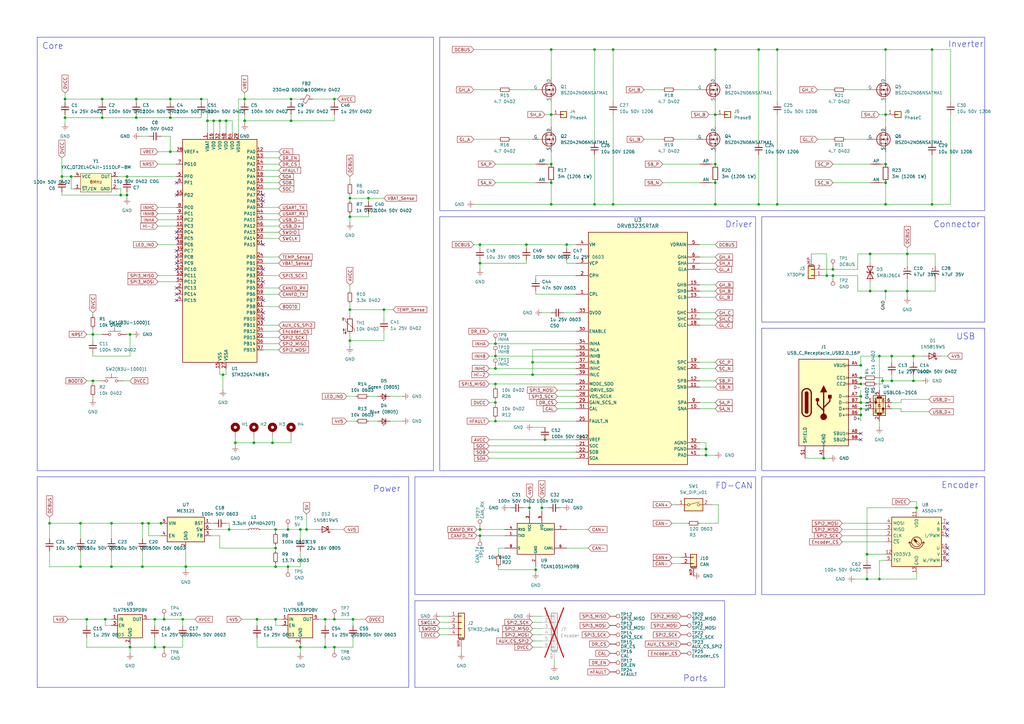
<source format=kicad_sch>
(kicad_sch (version 20231120) (generator "eeschema") (generator_version "8.0")
  (paper "A3")
  (junction (at 318.77 83.82))
  (junction (at 85.09 49.53))
  (junction (at 119.38 49.53))
  (junction (at 203.2 172.72))
  (junction (at 355.6 227.33))
  (junction (at 196.85 219.71))
  (junction (at 363.22 46.99))
  (junction (at 33.02 232.41))
  (junction (at 118.11 232.41))
  (junction (at 35.56 254))
  (junction (at 96.52 181.61))
  (junction (at 118.11 217.17))
  (junction (at 243.84 20.32))
  (junction (at 113.03 232.41))
  (junction (at 339.09 113.03))
  (junction (at 41.91 48.26))
  (junction (at 203.2 146.05))
  (junction (at 20.32 214.63))
  (junction (at 293.37 67.31))
  (junction (at 203.2 140.97))
  (junction (at 374.65 156.21))
  (junction (at 382.27 83.82))
  (junction (at 363.22 83.82))
  (junction (at 251.46 83.82))
  (junction (at 355.6 237.49))
  (junction (at 226.06 20.32))
  (junction (at 353.06 170.18))
  (junction (at 353.06 157.48))
  (junction (at 311.15 20.32))
  (junction (at 66.04 214.63))
  (junction (at 113.03 224.79))
  (junction (at 29.21 72.39))
  (junction (at 69.85 40.64))
  (junction (at 113.03 254))
  (junction (at 143.51 81.28))
  (junction (at 123.19 265.43))
  (junction (at 58.42 214.63))
  (junction (at 92.71 49.53))
  (junction (at 226.06 74.93))
  (junction (at 113.03 217.17))
  (junction (at 87.63 49.53))
  (junction (at 203.2 157.48))
  (junction (at 218.44 148.59))
  (junction (at 100.33 49.53))
  (junction (at 232.41 100.33))
  (junction (at 67.31 254))
  (junction (at 251.46 20.32))
  (junction (at 356.87 104.14))
  (junction (at 293.37 46.99))
  (junction (at 133.35 254))
  (junction (at 100.33 40.64))
  (junction (at 69.85 48.26))
  (junction (at 353.06 167.64))
  (junction (at 123.19 217.17))
  (junction (at 226.06 46.99))
  (junction (at 76.2 232.41))
  (junction (at 372.11 104.14))
  (junction (at 196.85 100.33))
  (junction (at 49.53 80.01))
  (junction (at 111.76 181.61))
  (junction (at 58.42 232.41))
  (junction (at 55.88 48.26))
  (junction (at 318.77 20.32))
  (junction (at 361.95 156.21))
  (junction (at 360.68 237.49))
  (junction (at 143.51 139.7))
  (junction (at 105.41 254))
  (junction (at 293.37 74.93))
  (junction (at 365.76 146.05))
  (junction (at 26.67 40.64))
  (junction (at 104.14 181.61))
  (junction (at 218.44 153.67))
  (junction (at 119.38 40.64))
  (junction (at 360.68 146.05))
  (junction (at 67.31 265.43))
  (junction (at 363.22 67.31))
  (junction (at 25.4 72.39))
  (junction (at 311.15 83.82))
  (junction (at 196.85 217.17))
  (junction (at 151.13 81.28))
  (junction (at 53.34 265.43))
  (junction (at 363.22 20.32))
  (junction (at 63.5 254))
  (junction (at 243.84 83.82))
  (junction (at 293.37 83.82))
  (junction (at 125.73 217.17))
  (junction (at 353.06 162.56))
  (junction (at 52.07 80.01))
  (junction (at 363.22 74.93))
  (junction (at 45.72 232.41))
  (junction (at 289.56 184.15))
  (junction (at 55.88 40.64))
  (junction (at 374.65 146.05))
  (junction (at 293.37 20.32))
  (junction (at 74.93 254))
  (junction (at 341.63 113.03))
  (junction (at 226.06 83.82))
  (junction (at 196.85 107.95))
  (junction (at 43.18 254))
  (junction (at 365.76 156.21))
  (junction (at 33.02 214.63))
  (junction (at 143.51 88.9))
  (junction (at 38.1 137.16))
  (junction (at 137.16 40.64))
  (junction (at 289.56 186.69))
  (junction (at 375.92 208.28))
  (junction (at 91.44 153.67))
  (junction (at 157.48 127))
  (junction (at 222.25 208.28))
  (junction (at 26.67 48.26))
  (junction (at 41.91 40.64))
  (junction (at 38.1 156.21))
  (junction (at 60.96 214.63))
  (junction (at 363.22 119.38))
  (junction (at 353.06 154.94))
  (junction (at 382.27 20.32))
  (junction (at 219.71 233.68))
  (junction (at 226.06 67.31))
  (junction (at 341.63 110.49))
  (junction (at 69.85 62.23))
  (junction (at 203.2 165.1))
  (junction (at 52.07 72.39))
  (junction (at 143.51 127))
  (junction (at 137.16 254))
  (junction (at 90.17 49.53))
  (junction (at 356.87 119.38))
  (junction (at 372.11 119.38))
  (junction (at 215.9 100.33))
  (junction (at 53.34 137.16))
  (junction (at 203.2 151.13))
  (junction (at 137.16 265.43))
  (junction (at 93.98 217.17))
  (junction (at 133.35 265.43))
  (junction (at 223.52 180.34))
  (junction (at 353.06 165.1))
  (junction (at 353.06 149.86))
  (junction (at 144.78 254))
  (junction (at 45.72 214.63))
  (junction (at 63.5 265.43))
  (junction (at 82.55 40.64))
  (junction (at 337.82 187.96))
  (junction (at 217.17 208.28))
  (no_connect (at 388.62 229.87))
  (no_connect (at 72.39 97.79))
  (no_connect (at 72.39 120.65))
  (no_connect (at 388.62 217.17))
  (no_connect (at 107.95 80.01))
  (no_connect (at 72.39 118.11))
  (no_connect (at 388.62 219.71))
  (no_connect (at 72.39 123.19))
  (no_connect (at 353.06 180.34))
  (no_connect (at 107.95 128.27))
  (no_connect (at 107.95 130.81))
  (no_connect (at 72.39 105.41))
  (no_connect (at 72.39 80.01))
  (no_connect (at 72.39 102.87))
  (no_connect (at 72.39 110.49))
  (no_connect (at 107.95 123.19))
  (no_connect (at 72.39 107.95))
  (no_connect (at 72.39 95.25))
  (no_connect (at 388.62 214.63))
  (no_connect (at 107.95 100.33))
  (no_connect (at 107.95 82.55))
  (no_connect (at 107.95 115.57))
  (no_connect (at 72.39 74.93))
  (no_connect (at 107.95 110.49))
  (no_connect (at 388.62 227.33))
  (no_connect (at 388.62 224.79))
  (no_connect (at 353.06 177.8))
  (wire (pts (xy 200.66 187.96) (xy 236.22 187.96)))
  (wire (pts (xy 311.15 63.5) (xy 311.15 83.82)))
  (wire (pts (xy 382.27 63.5) (xy 382.27 83.82)))
  (wire (pts (xy 107.95 69.85) (xy 114.3 69.85)))
  (wire (pts (xy 38.1 134.62) (xy 38.1 137.16)))
  (wire (pts (xy 107.95 74.93) (xy 114.3 74.93)))
  (wire (pts (xy 143.51 139.7) (xy 143.51 142.24)))
  (wire (pts (xy 25.4 64.77) (xy 25.4 72.39)))
  (wire (pts (xy 350.52 149.86) (xy 353.06 149.86)))
  (wire (pts (xy 361.95 67.31) (xy 363.22 67.31)))
  (wire (pts (xy 104.14 181.61) (xy 111.76 181.61)))
  (wire (pts (xy 27.94 254) (xy 35.56 254)))
  (wire (pts (xy 53.34 265.43) (xy 53.34 267.97)))
  (wire (pts (xy 69.85 48.26) (xy 82.55 48.26)))
  (wire (pts (xy 223.52 46.99) (xy 226.06 46.99)))
  (wire (pts (xy 251.46 83.82) (xy 293.37 83.82)))
  (wire (pts (xy 119.38 181.61) (xy 111.76 181.61)))
  (wire (pts (xy 356.87 67.31) (xy 341.63 67.31)))
  (wire (pts (xy 143.51 124.46) (xy 143.51 127)))
  (wire (pts (xy 111.76 179.07) (xy 111.76 181.61)))
  (wire (pts (xy 353.06 146.05) (xy 360.68 146.05)))
  (wire (pts (xy 226.06 46.99) (xy 226.06 52.07)))
  (wire (pts (xy 204.47 224.79) (xy 204.47 227.33)))
  (wire (pts (xy 157.48 139.7) (xy 143.51 139.7)))
  (wire (pts (xy 35.56 265.43) (xy 53.34 265.43)))
  (wire (pts (xy 345.44 219.71) (xy 363.22 219.71)))
  (wire (pts (xy 160.02 162.56) (xy 165.1 162.56)))
  (wire (pts (xy 86.36 217.17) (xy 93.98 217.17)))
  (wire (pts (xy 287.02 158.75) (xy 293.37 158.75)))
  (wire (pts (xy 200.66 157.48) (xy 203.2 157.48)))
  (wire (pts (xy 25.4 72.39) (xy 29.21 72.39)))
  (wire (pts (xy 107.95 113.03) (xy 114.3 113.03)))
  (wire (pts (xy 74.93 265.43) (xy 67.31 265.43)))
  (wire (pts (xy 26.67 46.99) (xy 26.67 48.26)))
  (wire (pts (xy 372.11 104.14) (xy 372.11 109.22)))
  (wire (pts (xy 87.63 49.53) (xy 87.63 54.61)))
  (wire (pts (xy 346.71 57.15) (xy 355.6 57.15)))
  (wire (pts (xy 151.13 88.9) (xy 143.51 88.9)))
  (wire (pts (xy 231.14 128.27) (xy 236.22 128.27)))
  (wire (pts (xy 332.74 104.14) (xy 339.09 104.14)))
  (wire (pts (xy 196.85 219.71) (xy 207.01 219.71)))
  (wire (pts (xy 90.17 224.79) (xy 113.03 224.79)))
  (wire (pts (xy 353.06 167.64) (xy 355.6 167.64)))
  (wire (pts (xy 55.88 46.99) (xy 55.88 48.26)))
  (wire (pts (xy 107.95 133.35) (xy 114.3 133.35)))
  (wire (pts (xy 218.44 262.89) (xy 222.25 262.89)))
  (wire (pts (xy 226.06 83.82) (xy 243.84 83.82)))
  (wire (pts (xy 369.57 167.64) (xy 369.57 168.91)))
  (wire (pts (xy 350.52 167.64) (xy 353.06 167.64)))
  (wire (pts (xy 74.93 254) (xy 74.93 256.54)))
  (wire (pts (xy 350.52 237.49) (xy 355.6 237.49)))
  (wire (pts (xy 104.14 179.07) (xy 104.14 181.61)))
  (wire (pts (xy 383.54 104.14) (xy 372.11 104.14)))
  (wire (pts (xy 142.24 172.72) (xy 146.05 172.72)))
  (wire (pts (xy 82.55 40.64) (xy 82.55 41.91)))
  (wire (pts (xy 386.08 146.05) (xy 388.62 146.05)))
  (wire (pts (xy 107.95 138.43) (xy 114.3 138.43)))
  (wire (pts (xy 52.07 72.39) (xy 72.39 72.39)))
  (wire (pts (xy 293.37 83.82) (xy 311.15 83.82)))
  (wire (pts (xy 43.18 256.54) (xy 43.18 254)))
  (wire (pts (xy 363.22 119.38) (xy 372.11 119.38)))
  (wire (pts (xy 389.89 46.99) (xy 389.89 83.82)))
  (wire (pts (xy 363.22 20.32) (xy 382.27 20.32)))
  (wire (pts (xy 96.52 179.07) (xy 96.52 181.61)))
  (wire (pts (xy 58.42 232.41) (xy 76.2 232.41)))
  (wire (pts (xy 365.76 156.21) (xy 374.65 156.21)))
  (wire (pts (xy 57.15 55.88) (xy 60.96 55.88)))
  (wire (pts (xy 346.71 36.83) (xy 355.6 36.83)))
  (wire (pts (xy 63.5 261.62) (xy 63.5 265.43)))
  (wire (pts (xy 144.78 265.43) (xy 137.16 265.43)))
  (wire (pts (xy 203.2 157.48) (xy 236.22 157.48)))
  (wire (pts (xy 355.6 237.49) (xy 360.68 237.49)))
  (wire (pts (xy 264.16 36.83) (xy 271.78 36.83)))
  (wire (pts (xy 123.19 265.43) (xy 123.19 264.16)))
  (wire (pts (xy 100.33 40.64) (xy 100.33 41.91)))
  (wire (pts (xy 214.63 208.28) (xy 217.17 208.28)))
  (wire (pts (xy 219.71 232.41) (xy 219.71 233.68)))
  (wire (pts (xy 29.21 72.39) (xy 29.21 77.47)))
  (wire (pts (xy 200.66 135.89) (xy 236.22 135.89)))
  (wire (pts (xy 157.48 127) (xy 161.29 127)))
  (wire (pts (xy 365.76 146.05) (xy 374.65 146.05)))
  (wire (pts (xy 232.41 100.33) (xy 232.41 101.6)))
  (wire (pts (xy 38.1 137.16) (xy 35.56 137.16)))
  (wire (pts (xy 119.38 46.99) (xy 119.38 49.53)))
  (wire (pts (xy 365.76 167.64) (xy 369.57 167.64)))
  (wire (pts (xy 363.22 62.23) (xy 363.22 67.31)))
  (wire (pts (xy 276.86 57.15) (xy 285.75 57.15)))
  (wire (pts (xy 69.85 55.88) (xy 69.85 62.23)))
  (wire (pts (xy 180.34 260.35) (xy 184.15 260.35)))
  (wire (pts (xy 133.35 254) (xy 133.35 256.54)))
  (wire (pts (xy 219.71 120.65) (xy 219.71 119.38)))
  (wire (pts (xy 105.41 261.62) (xy 105.41 265.43)))
  (wire (pts (xy 144.78 254) (xy 149.86 254)))
  (wire (pts (xy 64.77 87.63) (xy 72.39 87.63)))
  (wire (pts (xy 351.79 113.03) (xy 351.79 119.38)))
  (wire (pts (xy 35.56 254) (xy 43.18 254)))
  (wire (pts (xy 52.07 80.01) (xy 52.07 81.28)))
  (wire (pts (xy 287.02 151.13) (xy 293.37 151.13)))
  (wire (pts (xy 119.38 41.91) (xy 119.38 40.64)))
  (wire (pts (xy 114.3 85.09) (xy 107.95 85.09)))
  (wire (pts (xy 90.17 49.53) (xy 92.71 49.53)))
  (wire (pts (xy 64.77 113.03) (xy 72.39 113.03)))
  (wire (pts (xy 76.2 232.41) (xy 113.03 232.41)))
  (wire (pts (xy 209.55 208.28) (xy 208.28 208.28)))
  (wire (pts (xy 222.25 208.28) (xy 224.79 208.28)))
  (wire (pts (xy 218.44 257.81) (xy 222.25 257.81)))
  (wire (pts (xy 353.06 154.94) (xy 354.33 154.94)))
  (wire (pts (xy 276.86 36.83) (xy 285.75 36.83)))
  (wire (pts (xy 91.44 153.67) (xy 90.17 153.67)))
  (wire (pts (xy 125.73 210.82) (xy 125.73 217.17)))
  (wire (pts (xy 96.52 181.61) (xy 104.14 181.61)))
  (wire (pts (xy 275.59 228.6) (xy 279.4 228.6)))
  (wire (pts (xy 92.71 49.53) (xy 95.25 49.53)))
  (wire (pts (xy 345.44 214.63) (xy 363.22 214.63)))
  (wire (pts (xy 351.79 104.14) (xy 351.79 110.49)))
  (wire (pts (xy 287.02 116.84) (xy 293.37 116.84)))
  (wire (pts (xy 236.22 143.51) (xy 218.44 143.51)))
  (wire (pts (xy 196.85 106.68) (xy 196.85 107.95)))
  (wire (pts (xy 100.33 46.99) (xy 100.33 49.53)))
  (wire (pts (xy 143.51 80.01) (xy 143.51 81.28)))
  (wire (pts (xy 361.95 74.93) (xy 363.22 74.93)))
  (wire (pts (xy 69.85 40.64) (xy 82.55 40.64)))
  (wire (pts (xy 375.92 208.28) (xy 375.92 209.55)))
  (wire (pts (xy 26.67 41.91) (xy 26.67 40.64)))
  (wire (pts (xy 373.38 205.74) (xy 375.92 205.74)))
  (wire (pts (xy 143.51 127) (xy 143.51 129.54)))
  (wire (pts (xy 383.54 114.3) (xy 383.54 119.38)))
  (wire (pts (xy 383.54 109.22) (xy 383.54 104.14)))
  (wire (pts (xy 226.06 41.91) (xy 226.06 46.99)))
  (wire (pts (xy 107.95 67.31) (xy 114.3 67.31)))
  (wire (pts (xy 363.22 74.93) (xy 363.22 83.82)))
  (wire (pts (xy 93.98 214.63) (xy 93.98 217.17)))
  (wire (pts (xy 123.19 226.06) (xy 123.19 232.41)))
  (wire (pts (xy 64.77 100.33) (xy 72.39 100.33)))
  (wire (pts (xy 133.35 261.62) (xy 133.35 265.43)))
  (wire (pts (xy 294.64 207.01) (xy 292.1 207.01)))
  (wire (pts (xy 200.66 172.72) (xy 203.2 172.72)))
  (wire (pts (xy 350.52 154.94) (xy 353.06 154.94)))
  (wire (pts (xy 60.96 254) (xy 63.5 254)))
  (wire (pts (xy 363.22 229.87) (xy 360.68 229.87)))
  (wire (pts (xy 123.19 265.43) (xy 123.19 267.97)))
  (wire (pts (xy 293.37 62.23) (xy 293.37 67.31)))
  (wire (pts (xy 25.4 78.74) (xy 25.4 80.01)))
  (wire (pts (xy 82.55 40.64) (xy 85.09 40.64)))
  (wire (pts (xy 287.02 133.35) (xy 293.37 133.35)))
  (wire (pts (xy 92.71 49.53) (xy 92.71 54.61)))
  (wire (pts (xy 52.07 80.01) (xy 49.53 80.01)))
  (wire (pts (xy 38.1 162.56) (xy 38.1 163.83)))
  (wire (pts (xy 375.92 205.74) (xy 375.92 208.28)))
  (wire (pts (xy 33.02 232.41) (xy 45.72 232.41)))
  (wire (pts (xy 26.67 40.64) (xy 41.91 40.64)))
  (wire (pts (xy 287.02 148.59) (xy 293.37 148.59)))
  (wire (pts (xy 355.6 227.33) (xy 355.6 229.87)))
  (wire (pts (xy 218.44 260.35) (xy 222.25 260.35)))
  (wire (pts (xy 200.66 140.97) (xy 203.2 140.97)))
  (wire (pts (xy 218.44 265.43) (xy 222.25 265.43)))
  (wire (pts (xy 217.17 204.47) (xy 217.17 208.28)))
  (wire (pts (xy 224.79 67.31) (xy 226.06 67.31)))
  (wire (pts (xy 105.41 265.43) (xy 123.19 265.43)))
  (wire (pts (xy 243.84 63.5) (xy 243.84 83.82)))
  (wire (pts (xy 106.68 217.17) (xy 113.03 217.17)))
  (wire (pts (xy 351.79 110.49) (xy 341.63 110.49)))
  (wire (pts (xy 353.06 172.72) (xy 353.06 170.18)))
  (wire (pts (xy 143.51 127) (xy 157.48 127)))
  (wire (pts (xy 64.77 90.17) (xy 72.39 90.17)))
  (wire (pts (xy 137.16 265.43) (xy 133.35 265.43)))
  (wire (pts (xy 217.17 208.28) (xy 217.17 209.55)))
  (wire (pts (xy 45.72 214.63) (xy 45.72 220.98)))
  (wire (pts (xy 361.95 154.94) (xy 359.41 154.94)))
  (wire (pts (xy 114.3 95.25) (xy 107.95 95.25)))
  (wire (pts (xy 107.95 140.97) (xy 114.3 140.97)))
  (wire (pts (xy 218.44 148.59) (xy 218.44 153.67)))
  (wire (pts (xy 351.79 119.38) (xy 356.87 119.38)))
  (wire (pts (xy 251.46 20.32) (xy 293.37 20.32)))
  (wire (pts (xy 107.95 62.23) (xy 114.3 62.23)))
  (wire (pts (xy 359.41 157.48) (xy 361.95 157.48)))
  (wire (pts (xy 113.03 232.41) (xy 113.03 231.14)))
  (wire (pts (xy 226.06 20.32) (xy 243.84 20.32)))
  (wire (pts (xy 353.06 149.86) (xy 353.06 146.05)))
  (wire (pts (xy 351.79 104.14) (xy 356.87 104.14)))
  (wire (pts (xy 196.85 107.95) (xy 215.9 107.95)))
  (wire (pts (xy 287.02 184.15) (xy 289.56 184.15)))
  (wire (pts (xy 53.34 137.16) (xy 54.61 137.16)))
  (wire (pts (xy 203.2 151.13) (xy 236.22 151.13)))
  (wire (pts (xy 340.36 187.96) (xy 337.82 187.96)))
  (wire (pts (xy 105.41 254) (xy 105.41 256.54)))
  (wire (pts (xy 355.6 234.95) (xy 355.6 237.49)))
  (wire (pts (xy 55.88 48.26) (xy 69.85 48.26)))
  (wire (pts (xy 353.06 162.56) (xy 353.06 160.02)))
  (wire (pts (xy 69.85 55.88) (xy 66.04 55.88)))
  (wire (pts (xy 292.1 67.31) (xy 293.37 67.31)))
  (wire (pts (xy 228.6 167.64) (xy 236.22 167.64)))
  (wire (pts (xy 95.25 49.53) (xy 95.25 54.61)))
  (wire (pts (xy 251.46 41.91) (xy 251.46 20.32)))
  (wire (pts (xy 289.56 181.61) (xy 289.56 184.15)))
  (wire (pts (xy 100.33 49.53) (xy 100.33 50.8)))
  (wire (pts (xy 91.44 153.67) (xy 91.44 160.02)))
  (wire (pts (xy 345.44 217.17) (xy 363.22 217.17)))
  (wire (pts (xy 389.89 41.91) (xy 389.89 20.32)))
  (wire (pts (xy 118.11 232.41) (xy 113.03 232.41)))
  (wire (pts (xy 151.13 162.56) (xy 154.94 162.56)))
  (wire (pts (xy 41.91 137.16) (xy 38.1 137.16)))
  (wire (pts (xy 41.91 40.64) (xy 41.91 41.91)))
  (wire (pts (xy 85.09 49.53) (xy 87.63 49.53)))
  (wire (pts (xy 232.41 224.79) (xy 241.3 224.79)))
  (wire (pts (xy 137.16 40.64) (xy 138.43 40.64)))
  (wire (pts (xy 318.77 46.99) (xy 318.77 83.82)))
  (wire (pts (xy 20.32 220.98) (xy 20.32 214.63)))
  (wire (pts (xy 196.85 107.95) (xy 196.85 110.49)))
  (wire (pts (xy 369.57 168.91) (xy 381 168.91)))
  (wire (pts (xy 76.2 232.41) (xy 76.2 233.68)))
  (wire (pts (xy 360.68 146.05) (xy 365.76 146.05)))
  (wire (pts (xy 287.02 121.92) (xy 293.37 121.92)))
  (wire (pts (xy 226.06 62.23) (xy 226.06 67.31)))
  (wire (pts (xy 38.1 137.16) (xy 38.1 139.7)))
  (wire (pts (xy 133.35 265.43) (xy 123.19 265.43)))
  (wire (pts (xy 107.95 92.71) (xy 114.3 92.71)))
  (wire (pts (xy 38.1 144.78) (xy 38.1 146.05)))
  (wire (pts (xy 360.68 172.72) (xy 360.68 175.26)))
  (wire (pts (xy 143.51 81.28) (xy 151.13 81.28)))
  (wire (pts (xy 76.2 224.79) (xy 76.2 232.41)))
  (wire (pts (xy 195.58 219.71) (xy 196.85 219.71)))
  (wire (pts (xy 151.13 81.28) (xy 157.48 81.28)))
  (wire (pts (xy 369.57 163.83) (xy 381 163.83)))
  (wire (pts (xy 20.32 214.63) (xy 33.02 214.63)))
  (wire (pts (xy 67.31 265.43) (xy 63.5 265.43)))
  (wire (pts (xy 114.3 87.63) (xy 107.95 87.63)))
  (wire (pts (xy 143.51 72.39) (xy 143.51 74.93)))
  (wire (pts (xy 137.16 49.53) (xy 119.38 49.53)))
  (wire (pts (xy 52.07 78.74) (xy 52.07 80.01)))
  (wire (pts (xy 218.44 255.27) (xy 222.25 255.27)))
  (wire (pts (xy 363.22 41.91) (xy 363.22 46.99)))
  (wire (pts (xy 143.51 88.9) (xy 143.51 91.44)))
  (wire (pts (xy 74.93 254) (xy 80.01 254)))
  (wire (pts (xy 363.22 119.38) (xy 363.22 123.19)))
  (wire (pts (xy 63.5 254) (xy 63.5 256.54)))
  (wire (pts (xy 113.03 224.79) (xy 113.03 226.06)))
  (wire (pts (xy 96.52 181.61) (xy 96.52 182.88)))
  (wire (pts (xy 337.82 113.03) (xy 339.09 113.03)))
  (wire (pts (xy 26.67 38.1) (xy 26.67 40.64)))
  (wire (pts (xy 203.2 171.45) (xy 203.2 172.72)))
  (wire (pts (xy 200.66 153.67) (xy 218.44 153.67)))
  (wire (pts (xy 356.87 74.93) (xy 341.63 74.93)))
  (wire (pts (xy 287.02 67.31) (xy 271.78 67.31)))
  (wire (pts (xy 107.95 77.47) (xy 114.3 77.47)))
  (wire (pts (xy 90.17 153.67) (xy 90.17 151.13)))
  (wire (pts (xy 232.41 217.17) (xy 241.3 217.17)))
  (wire (pts (xy 85.09 54.61) (xy 85.09 49.53)))
  (wire (pts (xy 236.22 100.33) (xy 232.41 100.33)))
  (wire (pts (xy 69.85 62.23) (xy 72.39 62.23)))
  (wire (pts (xy 335.28 36.83) (xy 341.63 36.83)))
  (wire (pts (xy 251.46 83.82) (xy 243.84 83.82)))
  (wire (pts (xy 137.16 46.99) (xy 137.16 49.53)))
  (wire (pts (xy 180.34 255.27) (xy 184.15 255.27)))
  (wire (pts (xy 123.19 232.41) (xy 118.11 232.41)))
  (wire (pts (xy 318.77 41.91) (xy 318.77 20.32)))
  (wire (pts (xy 219.71 120.65) (xy 236.22 120.65)))
  (wire (pts (xy 215.9 100.33) (xy 196.85 100.33)))
  (wire (pts (xy 125.73 217.17) (xy 129.54 217.17)))
  (wire (pts (xy 69.85 46.99) (xy 69.85 48.26)))
  (wire (pts (xy 45.72 232.41) (xy 58.42 232.41)))
  (wire (pts (xy 97.79 40.64) (xy 97.79 54.61)))
  (wire (pts (xy 374.65 153.67) (xy 374.65 156.21)))
  (wire (pts (xy 232.41 107.95) (xy 232.41 106.68)))
  (wire (pts (xy 58.42 226.06) (xy 58.42 232.41)))
  (wire (pts (xy 196.85 100.33) (xy 196.85 101.6)))
  (wire (pts (xy 49.53 80.01) (xy 49.53 77.47)))
  (wire (pts (xy 228.6 160.02) (xy 236.22 160.02)))
  (wire (pts (xy 107.95 120.65) (xy 114.3 120.65)))
  (wire (pts (xy 200.66 185.42) (xy 236.22 185.42)))
  (wire (pts (xy 289.56 186.69) (xy 287.02 186.69)))
  (wire (pts (xy 137.16 40.64) (xy 137.16 41.91)))
  (wire (pts (xy 287.02 156.21) (xy 293.37 156.21)))
  (wire (pts (xy 287.02 167.64) (xy 293.37 167.64)))
  (wire (pts (xy 194.31 20.32) (xy 226.06 20.32)))
  (wire (pts (xy 204.47 232.41) (xy 204.47 233.68)))
  (wire (pts (xy 29.21 72.39) (xy 30.48 72.39)))
  (wire (pts (xy 143.51 116.84) (xy 143.51 119.38)))
  (wire (pts (xy 292.1 74.93) (xy 293.37 74.93)))
  (wire (pts (xy 243.84 58.42) (xy 243.84 20.32)))
  (wire (pts (xy 107.95 97.79) (xy 114.3 97.79)))
  (wire (pts (xy 227.33 270.51) (xy 227.33 273.05)))
  (wire (pts (xy 100.33 40.64) (xy 119.38 40.64)))
  (wire (pts (xy 294.64 214.63) (xy 287.02 214.63)))
  (wire (pts (xy 41.91 40.64) (xy 55.88 40.64)))
  (wire (pts (xy 372.11 114.3) (xy 372.11 119.38)))
  (wire (pts (xy 93.98 217.17) (xy 101.6 217.17)))
  (wire (pts (xy 45.72 256.54) (xy 43.18 256.54)))
  (wire (pts (xy 60.96 219.71) (xy 66.04 219.71)))
  (wire (pts (xy 290.83 46.99) (xy 293.37 46.99)))
  (wire (pts (xy 287.02 181.61) (xy 289.56 181.61)))
  (wire (pts (xy 100.33 38.1) (xy 100.33 40.64)))
  (wire (pts (xy 335.28 57.15) (xy 341.63 57.15)))
  (wire (pts (xy 365.76 153.67) (xy 365.76 156.21)))
  (wire (pts (xy 107.95 143.51) (xy 114.3 143.51)))
  (wire (pts (xy 194.31 36.83) (xy 204.47 36.83)))
  (wire (pts (xy 123.19 217.17) (xy 123.19 220.98)))
  (wire (pts (xy 224.79 74.93) (xy 226.06 74.93)))
  (wire (pts (xy 33.02 214.63) (xy 33.02 220.98)))
  (wire (pts (xy 55.88 40.64) (xy 69.85 40.64)))
  (wire (pts (xy 63.5 254) (xy 67.31 254)))
  (wire (pts (xy 351.79 113.03) (xy 341.63 113.03)))
  (wire (pts (xy 26.67 48.26) (xy 26.67 50.8)))
  (wire (pts (xy 113.03 254) (xy 115.57 254)))
  (wire (pts (xy 58.42 214.63) (xy 60.96 214.63)))
  (wire (pts (xy 38.1 128.27) (xy 38.1 129.54)))
  (wire (pts (xy 339.09 113.03) (xy 341.63 113.03)))
  (wire (pts (xy 64.77 92.71) (xy 72.39 92.71)))
  (wire (pts (xy 389.89 20.32) (xy 382.27 20.32)))
  (wire (pts (xy 58.42 214.63) (xy 58.42 220.98)))
  (wire (pts (xy 353.06 162.56) (xy 353.06 165.1)))
  (wire (pts (xy 293.37 186.69) (xy 289.56 186.69)))
  (wire (pts (xy 218.44 153.67) (xy 236.22 153.67)))
  (wire (pts (xy 275.59 231.14) (xy 279.4 231.14)))
  (wire (pts (xy 35.56 156.21) (xy 38.1 156.21)))
  (wire (pts (xy 365.76 148.59) (xy 365.76 146.05)))
  (wire (pts (xy 49.53 77.47) (xy 48.26 77.47)))
  (wire (pts (xy 123.19 217.17) (xy 118.11 217.17)))
  (wire (pts (xy 356.87 107.95) (xy 356.87 104.14)))
  (wire (pts (xy 41.91 48.26) (xy 55.88 48.26)))
  (wire (pts (xy 200.66 182.88) (xy 236.22 182.88)))
  (wire (pts (xy 353.06 167.64) (xy 353.06 170.18)))
  (wire (pts (xy 222.25 208.28) (xy 222.25 209.55)))
  (wire (pts (xy 107.95 72.39) (xy 114.3 72.39)))
  (wire (pts (xy 353.06 165.1) (xy 350.52 165.1)))
  (wire (pts (xy 389.89 83.82) (xy 382.27 83.82)))
  (wire (pts (xy 218.44 175.26) (xy 223.52 175.26)))
  (wire (pts (xy 128.27 40.64) (xy 137.16 40.64)))
  (wire (pts (xy 275.59 214.63) (xy 281.94 214.63)))
  (wire (pts (xy 137.16 217.17) (xy 140.97 217.17)))
  (wire (pts (xy 143.51 81.28) (xy 143.51 82.55)))
  (wire (pts (xy 157.48 135.89) (xy 157.48 139.7)))
  (wire (pts (xy 311.15 83.82) (xy 318.77 83.82)))
  (wire (pts (xy 92.71 214.63) (xy 93.98 214.63)))
  (wire (pts (xy 64.77 85.09) (xy 72.39 85.09)))
  (wire (pts (xy 200.66 180.34) (xy 223.52 180.34)))
  (wire (pts (xy 363.22 227.33) (xy 355.6 227.33)))
  (wire (pts (xy 143.51 87.63) (xy 143.51 88.9)))
  (wire (pts (xy 318.77 20.32) (xy 363.22 20.32)))
  (wire (pts (xy 196.85 217.17) (xy 207.01 217.17)))
  (wire (pts (xy 203.2 146.05) (xy 236.22 146.05)))
  (wire (pts (xy 69.85 40.64) (xy 69.85 41.91)))
  (wire (pts (xy 194.31 83.82) (xy 226.06 83.82)))
  (wire (pts (xy 374.65 146.05) (xy 378.46 146.05)))
  (wire (pts (xy 363.22 46.99) (xy 363.22 52.07)))
  (wire (pts (xy 67.31 254) (xy 74.93 254)))
  (wire (pts (xy 20.32 226.06) (xy 20.32 232.41)))
  (wire (pts (xy 337.82 110.49) (xy 341.63 110.49)))
  (wire (pts (xy 99.06 254) (xy 105.41 254)))
  (wire (pts (xy 209.55 57.15) (xy 218.44 57.15)))
  (wire (pts (xy 275.59 207.01) (xy 276.86 207.01)))
  (wire (pts (xy 30.48 77.47) (xy 29.21 77.47)))
  (wire (pts (xy 133.35 254) (xy 137.16 254)))
  (wire (pts (xy 107.95 105.41) (xy 114.3 105.41)))
  (wire (pts (xy 293.37 41.91) (xy 293.37 46.99)))
  (wire (pts (xy 228.6 162.56) (xy 236.22 162.56)))
  (wire (pts (xy 45.72 226.06) (xy 45.72 232.41)))
  (wire (pts (xy 86.36 214.63) (xy 87.63 214.63)))
  (wire (pts (xy 38.1 146.05) (xy 53.34 146.05)))
  (wire (pts (xy 180.34 252.73) (xy 184.15 252.73)))
  (wire (pts (xy 113.03 256.54) (xy 113.03 254)))
  (wire (pts (xy 361.95 156.21) (xy 365.76 156.21)))
  (wire (pts (xy 52.07 73.66) (xy 52.07 72.39)))
  (wire (pts (xy 142.24 162.56) (xy 146.05 162.56)))
  (wire (pts (xy 157.48 127) (xy 157.48 130.81)))
  (wire (pts (xy 20.32 212.09) (xy 20.32 214.63)))
  (wire (pts (xy 107.95 125.73) (xy 114.3 125.73)))
  (wire (pts (xy 293.37 107.95) (xy 287.02 107.95)))
  (wire (pts (xy 107.95 64.77) (xy 114.3 64.77)))
  (wire (pts (xy 332.74 105.41) (xy 332.74 104.14)))
  (wire (pts (xy 200.66 151.13) (xy 203.2 151.13)))
  (wire (pts (xy 144.78 261.62) (xy 144.78 265.43)))
  (wire (pts (xy 369.57 165.1) (xy 369.57 163.83)))
  (wire (pts (xy 87.63 49.53) (xy 90.17 49.53)))
  (wire (pts (xy 318.77 83.82) (xy 363.22 83.82)))
  (wire (pts (xy 151.13 172.72) (xy 154.94 172.72)))
  (wire (pts (xy 360.68 146.05) (xy 360.68 160.02)))
  (wire (pts (xy 189.23 265.43) (xy 189.23 267.97)))
  (wire (pts (xy 318.77 20.32) (xy 311.15 20.32)))
  (wire (pts (xy 287.02 165.1) (xy 293.37 165.1)))
  (wire (pts (xy 353.06 165.1) (xy 355.6 165.1)))
  (wire (pts (xy 45.72 214.63) (xy 58.42 214.63)))
  (wire (pts (xy 195.58 217.17) (xy 196.85 217.17)))
  (wire (pts (xy 374.65 156.21) (xy 378.46 156.21)))
  (wire (pts (xy 218.44 143.51) (xy 218.44 148.59)))
  (wire (pts (xy 222.25 128.27) (xy 226.06 128.27)))
  (wire (pts (xy 363.22 83.82) (xy 382.27 83.82)))
  (wire (pts (xy 209.55 36.83) (xy 218.44 36.83)))
  (wire (pts (xy 287.02 105.41) (xy 293.37 105.41)))
  (wire (pts (xy 160.02 172.72) (xy 165.1 172.72)))
  (wire (pts (xy 222.25 204.47) (xy 222.25 208.28)))
  (wire (pts (xy 200.66 165.1) (xy 203.2 165.1)))
  (wire (pts (xy 229.87 208.28) (xy 231.14 208.28)))
  (wire (pts (xy 218.44 148.59) (xy 236.22 148.59)))
  (wire (pts (xy 287.02 130.81) (xy 293.37 130.81)))
  (wire (pts (xy 151.13 87.63) (xy 151.13 88.9)))
  (wire (pts (xy 66.04 214.63) (xy 67.31 214.63)))
  (wire (pts (xy 363.22 119.38) (xy 356.87 119.38)))
  (wire (pts (xy 226.06 20.32) (xy 226.06 31.75)))
  (wire (pts (xy 287.02 100.33) (xy 293.37 100.33)))
  (wire (pts (xy 107.95 90.17) (xy 114.3 90.17)))
  (wire (pts (xy 50.8 156.21) (xy 53.34 156.21)))
  (wire (pts (xy 53.34 265.43) (xy 53.34 264.16)))
  (wire (pts (xy 353.06 157.48) (xy 354.33 157.48)))
  (wire (pts (xy 118.11 217.17) (xy 113.03 217.17)))
  (wire (pts (xy 105.41 254) (xy 113.03 254)))
  (wire (pts (xy 53.34 137.16) (xy 53.34 146.05)))
  (wire (pts (xy 293.37 20.32) (xy 293.37 31.75)))
  (wire (pts (xy 20.32 232.41) (xy 33.02 232.41)))
  (wire (pts (xy 375.92 237.49) (xy 375.92 234.95)))
  (wire (pts (xy 43.18 254) (xy 45.72 254)))
  (wire (pts (xy 293.37 119.38) (xy 287.02 119.38)))
  (wire (pts (xy 203.2 163.83) (xy 203.2 165.1)))
  (wire (pts (xy 350.52 162.56) (xy 353.06 162.56)))
  (wire (pts (xy 294.64 207.01) (xy 294.64 214.63)))
  (wire (pts (xy 92.71 151.13) (xy 92.71 153.67)))
  (wire (pts (xy 100.33 49.53) (xy 119.38 49.53)))
  (wire (pts (xy 26.67 48.26) (xy 41.91 48.26)))
  (wire (pts (xy 107.95 135.89) (xy 114.3 135.89)))
  (wire (pts (xy 236.22 107.95) (xy 232.41 107.95)))
  (wire (pts (xy 251.46 46.99) (xy 251.46 83.82)))
  (wire (pts (xy 90.17 219.71) (xy 90.17 224.79)))
  (wire (pts (xy 203.2 67.31) (xy 219.71 67.31)))
  (wire (pts (xy 365.76 165.1) (xy 369.57 165.1)))
  (wire (pts (xy 48.26 72.39) (xy 52.07 72.39)))
  (wire (pts (xy 143.51 137.16) (xy 143.51 139.7)))
  (wire (pts (xy 219.71 233.68) (xy 219.71 234.95)))
  (wire (pts (xy 330.2 187.96) (xy 337.82 187.96)))
  (wire (pts (xy 251.46 20.32) (xy 243.84 20.32)))
  (wire (pts (xy 123.19 217.17) (xy 125.73 217.17)))
  (wire (pts (xy 350.52 170.18) (xy 353.06 170.18)))
  (wire (pts (xy 372.11 101.6) (xy 372.11 104.14)))
  (wire (pts (xy 203.2 165.1) (xy 203.2 166.37)))
  (wire (pts (xy 90.17 49.53) (xy 90.17 54.61)))
  (wire (pts (xy 115.57 256.54) (xy 113.03 256.54)))
  (wire (pts (xy 151.13 81.28) (xy 151.13 82.55)))
  (wire (pts (xy 92.71 153.67) (xy 91.44 153.67)))
  (wire (pts (xy 293.37 74.93) (xy 293.37 83.82)))
  (wire (pts (xy 63.5 265.43) (xy 53.34 265.43)))
  (wire (pts (xy 64.77 62.23) (xy 69.85 62.23)))
  (wire (pts (xy 35.56 261.62) (xy 35.56 265.43)))
  (wire (pts (xy 345.44 222.25) (xy 363.22 222.25)))
  (wire (pts (xy 372.11 119.38) (xy 372.11 121.92)))
  (wire (pts (xy 74.93 261.62) (xy 74.93 265.43)))
  (wire (pts (xy 223.52 180.34) (xy 236.22 180.34)))
  (wire (pts (xy 226.06 74.93) (xy 226.06 83.82)))
  (wire (pts (xy 287.02 74.93) (xy 271.78 74.93)))
  (wire (pts (xy 228.6 165.1) (xy 236.22 165.1)))
  (wire (pts (xy 41.91 46.99) (xy 41.91 48.26)))
  (wire (pts (xy 215.9 100.33) (xy 232.41 100.33)))
  (wire (pts (xy 203.2 140.97) (xy 236.22 140.97)))
  (wire (pts (xy 289.56 184.15) (xy 289.56 186.69)))
  (wire (pts (xy 107.95 107.95) (xy 114.3 107.95)))
  (wire (pts (xy 130.81 254) (xy 133.35 254)))
  (wire (pts (xy 264.16 57.15) (xy 271.78 57.15)))
  (wire (pts (xy 311.15 58.42) (xy 311.15 20.32)))
  (wire (pts (xy 25.4 72.39) (xy 25.4 73.66)))
  (wire (pts (xy 200.66 146.05) (xy 203.2 146.05)))
  (wire (pts (xy 25.4 80.01) (xy 49.53 80.01)))
  (wire (pts (xy 203.2 172.72) (xy 236.22 172.72)))
  (wire (pts (xy 33.02 226.06) (xy 33.02 232.41)))
  (wire (pts (xy 38.1 156.21) (xy 40.64 156.21)))
  (wire (pts (xy 119.38 40.64) (xy 123.19 40.64)))
  (wire (pts (xy 55.88 40.64) (xy 55.88 41.91)))
  (wire (pts (xy 107.95 118.11) (xy 114.3 118.11)))
  (wire (pts (xy 82.55 46.99) (xy 82.55 48.26)))
  (wire (pts (xy 382.27 58.42) (xy 382.27 20.32)))
  (wire (pts (xy 203.2 74.93) (xy 219.71 74.93)))
  (wire (pts (xy 194.31 57.15) (xy 204.47 57.15)))
  (wire (pts (xy 180.34 257.81) (xy 184.15 257.81)))
  (wire (pts (xy 219.71 113.03) (xy 219.71 114.3)))
  (wire (pts (xy 218.44 252.73) (xy 222.25 252.73)))
  (wire (pts (xy 361.95 156.21) (xy 361.95 157.48)))
  (wire (pts (xy 372.11 104.14) (xy 356.87 104.14)))
  (wire (pts (xy 203.2 157.48) (xy 203.2 158.75)))
  (wire (pts (xy 356.87 115.57) (xy 356.87 119.38)))
  (wire (pts (xy 60.96 214.63) (xy 66.04 214.63)))
  (wire (pts (xy 64.77 115.57) (xy 72.39 115.57)))
  (wire (pts (xy 360.68 46.99) (xy 363.22 46.99)))
  (wire (pts (xy 360.68 229.87) (xy 360.68 237.49)))
  (wire (pts (xy 363.22 20.32) (xy 363.22 31.75)))
  (wire (pts (xy 287.02 110.49) (xy 293.37 110.49)))
  (wire (pts (xy 383.54 119.38) (xy 372.11 119.38)))
  (wire (pts (xy 60.96 219.71) (xy 60.96 214.63)))
  (wire (pts (xy 374.65 148.59) (xy 374.65 146.05)))
  (wire (pts (xy 361.95 154.94) (xy 361.95 156.21)))
  (wire (pts (xy 339.09 104.14) (xy 339.09 113.03)))
  (wire (pts (xy 52.07 137.16) (xy 53.34 137.16)))
  (wire (pts (xy 287.02 128.27) (xy 293.37 128.27)))
  (wire (pts (xy 97.79 40.64) (xy 100.33 40.64)))
  (wire (pts (xy 355.6 227.33) (xy 355.6 208.28)))
  (wire (pts (xy 350.52 157.48) (xy 353.06 157.48)))
  (wire (pts (xy 38.1 157.48) (xy 38.1 156.21)))
  (wire (pts (xy 360.68 237.49) (xy 375.92 237.49)))
  (wire (pts (xy 207.01 224.79) (xy 204.47 224.79)))
  (wire (pts (xy 85.09 40.64) (xy 85.09 49.53)))
  (wire (pts (xy 355.6 208.28) (xy 375.92 208.28)))
  (wire (pts (xy 35.56 254) (xy 35.56 256.54)))
  (wire (pts (xy 215.9 101.6) (xy 215.9 100.33)))
  (wire (pts (xy 86.36 219.71) (xy 90.17 219.71)))
  (wire (pts (xy 64.77 67.31) (xy 72.39 67.31)))
  (wire (pts (xy 119.38 181.61) (xy 119.38 179.07)))
  (wire (pts (xy 144.78 254) (xy 144.78 256.54)))
  (wire (pts (xy 113.03 223.52) (xy 113.03 224.79)))
  (wire (pts (xy 194.31 100.33) (xy 196.85 100.33)))
  (wire (pts (xy 33.02 214.63) (xy 45.72 214.63)))
  (wire (pts (xy 219.71 113.03) (xy 236.22 113.03)))
  (wire (pts (xy 293.37 46.99) (xy 293.37 52.07)))
  (wire (pts (xy 204.47 233.68) (xy 219.71 233.68)))
  (wire (pts (xy 113.03 217.17) (xy 113.03 218.44)))
  (wire (pts (xy 215.9 107.95) (xy 215.9 106.68)))
  (wire (pts (xy 137.16 254) (xy 144.78 254)))
  (wire (pts (xy 293.37 20.32) (xy 311.15 20.32)))
  (rectangle (start 170.18 246.38) (end 297.18 281.94))
  (rectangle (start 312.42 88.9) (end 403.86 132.08))
  (rectangle (start 180.34 15.24) (end 403.86 86.36))
  (rectangle (start 312.42 195.58) (end 403.86 243.84))
  (rectangle (start 180.34 88.9) (end 309.88 193.04))
  (rectangle (start 15.24 15.24) (end 177.8 193.04))
  (rectangle (start 170.18 195.58) (end 309.88 243.84))
  (rectangle (start 15.24 195.58) (end 167.64 281.94))
  (rectangle (start 312.42 134.62) (end 403.86 193.04))
  (text "Power" (at 152.908 199.136 0) (effects (font (size 2.54 2.54)) (justify left top)))
  (text "Core" (at 17.272 17.526 0) (effects (font (size 2.54 2.54)) (justify left top)))
  (text "Driver" (at 297.434 90.678 0) (effects (font (size 2.54 2.54)) (justify left top)))
  (text "Ports" (at 280.162 276.86 0) (effects (font (size 2.54 2.54)) (justify left top)))
  (text "Encoder" (at 386.08 197.612 0) (effects (font (size 2.54 2.54)) (justify left top)))
  (text "USB" (at 392.176 136.652 0) (effects (font (size 2.54 2.54)) (justify left top)))
  (text "Connector" (at 382.778 90.678 0) (effects (font (size 2.54 2.54)) (justify left top)))
  (text "Inverter" (at 388.874 16.764 0) (effects (font (size 2.54 2.54)) (justify left top)))
  (text "FD-CAN" (at 293.37 197.866 0) (effects (font (size 2.54 2.54)) (justify left top)))
  (label "GND" (at 363.22 123.19 270))
  (label "D-" (at 353.06 160.02 180))
  (label "D+" (at 353.06 172.72 180))
  (global_label "USART_TX" (shape input) (at 114.3 85.09 0) (property "Intersheetrefs" "${INTERSHEET_REFS}" (effects (hide yes))))
  (global_label "SPI3_SCK" (shape input) (at 228.6 162.56 180) (property "Intersheetrefs" "${INTERSHEET_REFS}" (effects (hide yes))))
  (global_label "SOA" (shape input) (at 114.3 72.39 0) (property "Intersheetrefs" "${INTERSHEET_REFS}" (effects (hide yes))))
  (global_label "DVCC" (shape input) (at 200.66 165.1 180) (property "Intersheetrefs" "${INTERSHEET_REFS}" (effects (hide yes))))
  (global_label "GL_C" (shape input) (at 293.37 133.35 0) (property "Intersheetrefs" "${INTERSHEET_REFS}" (effects (hide yes))))
  (global_label "GH_B" (shape input) (at 264.16 36.83 180) (property "Intersheetrefs" "${INTERSHEET_REFS}" (effects (hide yes))))
  (global_label "SPI2_MISO" (shape input) (at 114.3 140.97 0) (property "Intersheetrefs" "${INTERSHEET_REFS}" (effects (hide yes))))
  (global_label "VBAT_Sense" (shape input) (at 157.48 81.28 0) (property "Intersheetrefs" "${INTERSHEET_REFS}" (effects (hide yes))))
  (global_label "SWDIO" (shape input) (at 180.34 257.81 180) (property "Intersheetrefs" "${INTERSHEET_REFS}" (effects (hide yes))))
  (global_label "INHB" (shape input) (at 64.77 87.63 180) (property "Intersheetrefs" "${INTERSHEET_REFS}" (effects (hide yes))))
  (global_label "INHB" (shape input) (at 200.66 146.05 180) (property "Intersheetrefs" "${INTERSHEET_REFS}" (effects (hide yes))))
  (global_label "SPI3_MOSI" (shape input) (at 228.6 160.02 180) (property "Intersheetrefs" "${INTERSHEET_REFS}" (effects (hide yes))))
  (global_label "SPI3_SCK" (shape input) (at 114.3 113.03 0) (property "Intersheetrefs" "${INTERSHEET_REFS}" (effects (hide yes))))
  (global_label "GL_B" (shape input) (at 264.16 57.15 180) (property "Intersheetrefs" "${INTERSHEET_REFS}" (effects (hide yes))))
  (global_label "DCBUS" (shape input) (at 372.11 101.6 90) (property "Intersheetrefs" "${INTERSHEET_REFS}" (effects (hide yes))))
  (global_label "DVCC" (shape input) (at 53.34 156.21 0) (property "Intersheetrefs" "${INTERSHEET_REFS}" (effects (hide yes))))
  (global_label "DCBUS" (shape input) (at 194.31 20.32 180) (property "Intersheetrefs" "${INTERSHEET_REFS}" (effects (hide yes))))
  (global_label "GL_A" (shape input) (at 194.31 57.15 180) (property "Intersheetrefs" "${INTERSHEET_REFS}" (effects (hide yes))))
  (global_label "SOC" (shape input) (at 200.66 182.88 180) (property "Intersheetrefs" "${INTERSHEET_REFS}" (effects (hide yes))))
  (global_label "SPI2_MOSI" (shape input) (at 218.44 260.35 180) (property "Intersheetrefs" "${INTERSHEET_REFS}" (effects (hide yes))))
  (global_label "4V5" (shape input) (at 27.94 254 180) (property "Intersheetrefs" "${INTERSHEET_REFS}" (effects (hide yes))))
  (global_label "GL_C" (shape input) (at 335.28 57.15 180) (property "Intersheetrefs" "${INTERSHEET_REFS}" (effects (hide yes))))
  (global_label "SPI2_MISO" (shape input) (at 345.44 217.17 180) (property "Intersheetrefs" "${INTERSHEET_REFS}" (effects (hide yes))))
  (global_label "DR_CS" (shape input) (at 228.6 165.1 180) (property "Intersheetrefs" "${INTERSHEET_REFS}" (effects (hide yes))))
  (global_label "SOB" (shape input) (at 200.66 185.42 180) (property "Intersheetrefs" "${INTERSHEET_REFS}" (effects (hide yes))))
  (global_label "SB_N" (shape input) (at 293.37 158.75 0) (property "Intersheetrefs" "${INTERSHEET_REFS}" (effects (hide yes))))
  (global_label "GL_A" (shape input) (at 293.37 110.49 0) (property "Intersheetrefs" "${INTERSHEET_REFS}" (effects (hide yes))))
  (global_label "NRST" (shape input) (at 35.56 137.16 180) (property "Intersheetrefs" "${INTERSHEET_REFS}" (effects (hide yes))))
  (global_label "Encoder_CS" (shape input) (at 114.3 135.89 0) (property "Intersheetrefs" "${INTERSHEET_REFS}" (effects (hide yes))))
  (global_label "NRST" (shape input) (at 64.77 67.31 180) (property "Intersheetrefs" "${INTERSHEET_REFS}" (effects (hide yes))))
  (global_label "AUX_CS_SPI2" (shape input) (at 218.44 262.89 180) (property "Intersheetrefs" "${INTERSHEET_REFS}" (effects (hide yes))))
  (global_label "SB_P" (shape input) (at 293.37 156.21 0) (property "Intersheetrefs" "${INTERSHEET_REFS}" (effects (hide yes))))
  (global_label "DCBUS" (shape input) (at 143.51 72.39 90) (property "Intersheetrefs" "${INTERSHEET_REFS}" (effects (hide yes))))
  (global_label "DVCC" (shape input) (at 26.67 38.1 90) (property "Intersheetrefs" "${INTERSHEET_REFS}" (effects (hide yes))))
  (global_label "SPI3_MOSI" (shape input) (at 250.19 256.54 180) (property "Intersheetrefs" "${INTERSHEET_REFS}" (effects (hide yes))))
  (global_label "CANFD_TX" (shape input) (at 195.58 219.71 180) (property "Intersheetrefs" "${INTERSHEET_REFS}" (effects (hide yes))))
  (global_label "SPI2_MOSI" (shape input) (at 345.44 214.63 180) (property "Intersheetrefs" "${INTERSHEET_REFS}" (effects (hide yes))))
  (global_label "SPI3_SCK" (shape input) (at 250.19 260.35 180) (property "Intersheetrefs" "${INTERSHEET_REFS}" (effects (hide yes))))
  (global_label "CAN+" (shape input) (at 275.59 207.01 180) (property "Intersheetrefs" "${INTERSHEET_REFS}" (effects (hide yes))))
  (global_label "DCBUS" (shape input) (at 20.32 212.09 90) (property "Intersheetrefs" "${INTERSHEET_REFS}" (effects (hide yes))))
  (global_label "LED_IND" (shape input) (at 64.77 100.33 180) (property "Intersheetrefs" "${INTERSHEET_REFS}" (effects (hide yes))))
  (global_label "BOOT0" (shape input) (at 114.3 125.73 0) (property "Intersheetrefs" "${INTERSHEET_REFS}" (effects (hide yes))))
  (global_label "DR_EN" (shape input) (at 250.19 271.78 180) (property "Intersheetrefs" "${INTERSHEET_REFS}" (effects (hide yes))))
  (global_label "CAL" (shape input) (at 114.3 62.23 0) (property "Intersheetrefs" "${INTERSHEET_REFS}" (effects (hide yes))))
  (global_label "VREF" (shape input) (at 64.77 62.23 180) (property "Intersheetrefs" "${INTERSHEET_REFS}" (effects (hide yes))))
  (global_label "SPI2_SCK" (shape input) (at 279.4 260.35 180) (property "Intersheetrefs" "${INTERSHEET_REFS}" (effects (hide yes))))
  (global_label "AVCC" (shape input) (at 143.51 116.84 90) (property "Intersheetrefs" "${INTERSHEET_REFS}" (effects (hide yes))))
  (global_label "DVCC" (shape input) (at 38.1 128.27 90) (property "Intersheetrefs" "${INTERSHEET_REFS}" (effects (hide yes))))
  (global_label "USB_D-" (shape input) (at 381 163.83 0) (property "Intersheetrefs" "${INTERSHEET_REFS}" (effects (hide yes))))
  (global_label "SC_P" (shape input) (at 341.63 67.31 180) (property "Intersheetrefs" "${INTERSHEET_REFS}" (effects (hide yes))))
  (global_label "GL_B" (shape input) (at 293.37 121.92 0) (property "Intersheetrefs" "${INTERSHEET_REFS}" (effects (hide yes))))
  (global_label "SB_N" (shape input) (at 271.78 74.93 180) (property "Intersheetrefs" "${INTERSHEET_REFS}" (effects (hide yes))))
  (global_label "4V5" (shape input) (at 142.24 172.72 180) (property "Intersheetrefs" "${INTERSHEET_REFS}" (effects (hide yes))))
  (global_label "AVCC" (shape input) (at 80.01 254 0) (property "Intersheetrefs" "${INTERSHEET_REFS}" (effects (hide yes))))
  (global_label "CANFD_RX" (shape input) (at 114.3 118.11 0) (property "Intersheetrefs" "${INTERSHEET_REFS}" (effects (hide yes))))
  (global_label "SC_N" (shape input) (at 293.37 151.13 0) (property "Intersheetrefs" "${INTERSHEET_REFS}" (effects (hide yes))))
  (global_label "DVCC" (shape input) (at 373.38 205.74 180) (property "Intersheetrefs" "${INTERSHEET_REFS}" (effects (hide yes))))
  (global_label "5V" (shape input) (at 125.73 210.82 90) (property "Intersheetrefs" "${INTERSHEET_REFS}" (effects (hide yes))))
  (global_label "SPI2_SCK" (shape input) (at 114.3 138.43 0) (property "Intersheetrefs" "${INTERSHEET_REFS}" (effects (hide yes))))
  (global_label "CAL" (shape input) (at 228.6 167.64 180) (property "Intersheetrefs" "${INTERSHEET_REFS}" (effects (hide yes))))
  (global_label "SH_B" (shape input) (at 290.83 46.99 180) (property "Intersheetrefs" "${INTERSHEET_REFS}" (effects (hide yes))))
  (global_label "CAN+" (shape input) (at 241.3 217.17 0) (property "Intersheetrefs" "${INTERSHEET_REFS}" (effects (hide yes))))
  (global_label "GH_C" (shape input) (at 335.28 36.83 180) (property "Intersheetrefs" "${INTERSHEET_REFS}" (effects (hide yes))))
  (global_label "SOA" (shape input) (at 200.66 187.96 180) (property "Intersheetrefs" "${INTERSHEET_REFS}" (effects (hide yes))))
  (global_label "TEMP_Sense" (shape input) (at 161.29 127 0) (property "Intersheetrefs" "${INTERSHEET_REFS}" (effects (hide yes))))
  (global_label "CANFD_RX" (shape input) (at 195.58 217.17 180) (property "Intersheetrefs" "${INTERSHEET_REFS}" (effects (hide yes))))
  (global_label "USB_D+" (shape input) (at 381 168.91 0) (property "Intersheetrefs" "${INTERSHEET_REFS}" (effects (hide yes))))
  (global_label "DVCC" (shape input) (at 25.4 64.77 90) (property "Intersheetrefs" "${INTERSHEET_REFS}" (effects (hide yes))))
  (global_label "SC_N" (shape input) (at 341.63 74.93 180) (property "Intersheetrefs" "${INTERSHEET_REFS}" (effects (hide yes))))
  (global_label "DCBUS" (shape input) (at 293.37 100.33 0) (property "Intersheetrefs" "${INTERSHEET_REFS}" (effects (hide yes))))
  (global_label "SH_A" (shape input) (at 223.52 46.99 180) (property "Intersheetrefs" "${INTERSHEET_REFS}" (effects (hide yes))))
  (global_label "DR_CS" (shape input) (at 114.3 67.31 0) (property "Intersheetrefs" "${INTERSHEET_REFS}" (effects (hide yes))))
  (global_label "AUX_CS_SPI2" (shape input) (at 279.4 264.16 180) (property "Intersheetrefs" "${INTERSHEET_REFS}" (effects (hide yes))))
  (global_label "DCBUS" (shape input) (at 194.31 100.33 180) (property "Intersheetrefs" "${INTERSHEET_REFS}" (effects (hide yes))))
  (global_label "TEMP_Sense" (shape input) (at 114.3 105.41 0) (property "Intersheetrefs" "${INTERSHEET_REFS}" (effects (hide yes))))
  (global_label "CAN-" (shape input) (at 241.3 224.79 0) (property "Intersheetrefs" "${INTERSHEET_REFS}" (effects (hide yes))))
  (global_label "CAN-" (shape input) (at 275.59 214.63 180) (property "Intersheetrefs" "${INTERSHEET_REFS}" (effects (hide yes))))
  (global_label "4V5" (shape input) (at 388.62 146.05 0) (property "Intersheetrefs" "${INTERSHEET_REFS}" (effects (hide yes))))
  (global_label "DR_EN" (shape input) (at 200.66 135.89 180) (property "Intersheetrefs" "${INTERSHEET_REFS}" (effects (hide yes))))
  (global_label "USB_D+" (shape input) (at 114.3 92.71 0) (property "Intersheetrefs" "${INTERSHEET_REFS}" (effects (hide yes))))
  (global_label "Encoder_CS" (shape input) (at 345.44 222.25 180) (property "Intersheetrefs" "${INTERSHEET_REFS}" (effects (hide yes))))
  (global_label "Hi-Z" (shape input) (at 64.77 92.71 180) (property "Intersheetrefs" "${INTERSHEET_REFS}" (effects (hide yes))))
  (global_label "USART_RX" (shape input) (at 114.3 87.63 0) (property "Intersheetrefs" "${INTERSHEET_REFS}" (effects (hide yes))))
  (global_label "SPI3_MISO" (shape input) (at 64.77 113.03 180) (property "Intersheetrefs" "${INTERSHEET_REFS}" (effects (hide yes))))
  (global_label "Hi-Z" (shape input) (at 200.66 153.67 180) (property "Intersheetrefs" "${INTERSHEET_REFS}" (effects (hide yes))))
  (global_label "BOOT0" (shape input) (at 35.56 156.21 180) (property "Intersheetrefs" "${INTERSHEET_REFS}" (effects (hide yes))))
  (global_label "SPI2_SCK" (shape input) (at 345.44 219.71 180) (property "Intersheetrefs" "${INTERSHEET_REFS}" (effects (hide yes))))
  (global_label "VBAT_Sense" (shape input) (at 114.3 107.95 0) (property "Intersheetrefs" "${INTERSHEET_REFS}" (effects (hide yes))))
  (global_label "SPI2_MOSI" (shape input) (at 279.4 256.54 180) (property "Intersheetrefs" "${INTERSHEET_REFS}" (effects (hide yes))))
  (global_label "CANFD_TX" (shape input) (at 114.3 120.65 0) (property "Intersheetrefs" "${INTERSHEET_REFS}" (effects (hide yes))))
  (global_label "GH_A" (shape input) (at 293.37 105.41 0) (property "Intersheetrefs" "${INTERSHEET_REFS}" (effects (hide yes))))
  (global_label "Encoder_CS" (shape input) (at 279.4 267.97 180) (property "Intersheetrefs" "${INTERSHEET_REFS}" (effects (hide yes))))
  (global_label "SH_C" (shape input) (at 293.37 130.81 0) (property "Intersheetrefs" "${INTERSHEET_REFS}" (effects (hide yes))))
  (global_label "SWCLK" (shape input) (at 180.34 255.27 180) (property "Intersheetrefs" "${INTERSHEET_REFS}" (effects (hide yes))))
  (global_label "4V5" (shape input) (at 140.97 217.17 0) (property "Intersheetrefs" "${INTERSHEET_REFS}" (effects (hide yes))))
  (global_label "SB_P" (shape input) (at 271.78 67.31 180) (property "Intersheetrefs" "${INTERSHEET_REFS}" (effects (hide yes))))
  (global_label "DR_CS" (shape input) (at 250.19 264.16 180) (property "Intersheetrefs" "${INTERSHEET_REFS}" (effects (hide yes))))
  (global_label "SPI3_MISO" (shape input) (at 200.66 157.48 180) (property "Intersheetrefs" "${INTERSHEET_REFS}" (effects (hide yes))))
  (global_label "CAL" (shape input) (at 250.19 267.97 180) (property "Intersheetrefs" "${INTERSHEET_REFS}" (effects (hide yes))))
  (global_label "INHC" (shape input) (at 64.77 85.09 180) (property "Intersheetrefs" "${INTERSHEET_REFS}" (effects (hide yes))))
  (global_label "CAN-" (shape input) (at 275.59 231.14 180) (property "Intersheetrefs" "${INTERSHEET_REFS}" (effects (hide yes))))
  (global_label "SWCLK" (shape input) (at 114.3 97.79 0) (property "Intersheetrefs" "${INTERSHEET_REFS}" (effects (hide yes))))
  (global_label "nFAULT" (shape input) (at 200.66 172.72 180) (property "Intersheetrefs" "${INTERSHEET_REFS}" (effects (hide yes))))
  (global_label "SA_P" (shape input) (at 203.2 67.31 180) (property "Intersheetrefs" "${INTERSHEET_REFS}" (effects (hide yes))))
  (global_label "SA_N" (shape input) (at 293.37 167.64 0) (property "Intersheetrefs" "${INTERSHEET_REFS}" (effects (hide yes))))
  (global_label "INHA" (shape input) (at 200.66 140.97 180) (property "Intersheetrefs" "${INTERSHEET_REFS}" (effects (hide yes))))
  (global_label "AVCC" (shape input) (at 200.66 180.34 180) (property "Intersheetrefs" "${INTERSHEET_REFS}" (effects (hide yes))))
  (global_label "SH_A" (shape input) (at 293.37 107.95 0) (property "Intersheetrefs" "${INTERSHEET_REFS}" (effects (hide yes))))
  (global_label "SH_C" (shape input) (at 360.68 46.99 180) (property "Intersheetrefs" "${INTERSHEET_REFS}" (effects (hide yes))))
  (global_label "SPI2_MISO" (shape input) (at 218.44 257.81 180) (property "Intersheetrefs" "${INTERSHEET_REFS}" (effects (hide yes))))
  (global_label "DVCC" (shape input) (at 180.34 260.35 180) (property "Intersheetrefs" "${INTERSHEET_REFS}" (effects (hide yes))))
  (global_label "GH_B" (shape input) (at 293.37 116.84 0) (property "Intersheetrefs" "${INTERSHEET_REFS}" (effects (hide yes))))
  (global_label "SC_P" (shape input) (at 293.37 148.59 0) (property "Intersheetrefs" "${INTERSHEET_REFS}" (effects (hide yes))))
  (global_label "nFAULT" (shape input) (at 250.19 275.59 180) (property "Intersheetrefs" "${INTERSHEET_REFS}" (effects (hide yes))))
  (global_label "4V5" (shape input) (at 217.17 204.47 90) (property "Intersheetrefs" "${INTERSHEET_REFS}" (effects (hide yes))))
  (global_label "SOB" (shape input) (at 114.3 74.93 0) (property "Intersheetrefs" "${INTERSHEET_REFS}" (effects (hide yes))))
  (global_label "DVCC" (shape input) (at 222.25 204.47 90) (property "Intersheetrefs" "${INTERSHEET_REFS}" (effects (hide yes))))
  (global_label "SPI2_MISO" (shape input) (at 279.4 252.73 180) (property "Intersheetrefs" "${INTERSHEET_REFS}" (effects (hide yes))))
  (global_label "LED_IND" (shape input) (at 142.24 162.56 180) (property "Intersheetrefs" "${INTERSHEET_REFS}" (effects (hide yes))))
  (global_label "DR_EN" (shape input) (at 114.3 64.77 0) (property "Intersheetrefs" "${INTERSHEET_REFS}" (effects (hide yes))))
  (global_label "INHC" (shape input) (at 200.66 151.13 180) (property "Intersheetrefs" "${INTERSHEET_REFS}" (effects (hide yes))))
  (global_label "4V5" (shape input) (at 99.06 254 180) (property "Intersheetrefs" "${INTERSHEET_REFS}" (effects (hide yes))))
  (global_label "CAN+" (shape input) (at 275.59 228.6 180) (property "Intersheetrefs" "${INTERSHEET_REFS}" (effects (hide yes))))
  (global_label "SPI3_MISO" (shape input) (at 250.19 252.73 180) (property "Intersheetrefs" "${INTERSHEET_REFS}" (effects (hide yes))))
  (global_label "AUX_CS_SPI2" (shape input) (at 114.3 133.35 0) (property "Intersheetrefs" "${INTERSHEET_REFS}" (effects (hide yes))))
  (global_label "SA_N" (shape input) (at 203.2 74.93 180) (property "Intersheetrefs" "${INTERSHEET_REFS}" (effects (hide yes))))
  (global_label "VREF" (shape input) (at 100.33 38.1 90) (property "Intersheetrefs" "${INTERSHEET_REFS}" (effects (hide yes))))
  (global_label "SPI3_MOSI" (shape input) (at 64.77 115.57 180) (property "Intersheetrefs" "${INTERSHEET_REFS}" (effects (hide yes))))
  (global_label "GH_C" (shape input) (at 293.37 128.27 0) (property "Intersheetrefs" "${INTERSHEET_REFS}" (effects (hide yes))))
  (global_label "SH_B" (shape input) (at 293.37 119.38 0) (property "Intersheetrefs" "${INTERSHEET_REFS}" (effects (hide yes))))
  (global_label "SOC" (shape input) (at 114.3 77.47 0) (property "Intersheetrefs" "${INTERSHEET_REFS}" (effects (hide yes))))
  (global_label "nFAULT" (shape input) (at 114.3 69.85 0) (property "Intersheetrefs" "${INTERSHEET_REFS}" (effects (hide yes))))
  (global_label "DVCC" (shape input) (at 149.86 254 0) (property "Intersheetrefs" "${INTERSHEET_REFS}" (effects (hide yes))))
  (global_label "SPI2_MOSI" (shape input) (at 114.3 143.51 0) (property "Intersheetrefs" "${INTERSHEET_REFS}" (effects (hide yes))))
  (global_label "DVCC" (shape input) (at 218.44 265.43 180) (property "Intersheetrefs" "${INTERSHEET_REFS}" (effects (hide yes))))
  (global_label "SA_P" (shape input) (at 293.37 165.1 0) (property "Intersheetrefs" "${INTERSHEET_REFS}" (effects (hide yes))))
  (global_label "AVCC" (shape input) (at 138.43 40.64 0) (property "Intersheetrefs" "${INTERSHEET_REFS}" (effects (hide yes))))
  (global_label "SWDIO" (shape input) (at 114.3 95.25 0) (property "Intersheetrefs" "${INTERSHEET_REFS}" (effects (hide yes))))
  (global_label "INHA" (shape input) (at 64.77 90.17 180) (property "Intersheetrefs" "${INTERSHEET_REFS}" (effects (hide yes))))
  (global_label "USB_D-" (shape input) (at 114.3 90.17 0) (property "Intersheetrefs" "${INTERSHEET_REFS}" (effects (hide yes))))
  (global_label "SPI2_SCK" (shape input) (at 218.44 255.27 180) (property "Intersheetrefs" "${INTERSHEET_REFS}" (effects (hide yes))))
  (global_label "GH_A" (shape input) (at 194.31 36.83 180) (property "Intersheetrefs" "${INTERSHEET_REFS}" (effects (hide yes))))
  (symbol (lib_id "Regulator_Linear:TLV75533PDBV") (at 123.19 256.54 0) (unit 1)
    (property "Reference" "U6" (at 123.19 247.65 0))
    (property "Value" "TLV75533PDBV" (at 123.19 250.19 0))
    (property "Footprint" "Package_TO_SOT_SMD:SOT-23-5" (effects (hide yes)))
    (property "Datasheet" "http://www.ti.com/lit/ds/symlink/tlv755p.pdf" (effects (hide yes)))
    (property "Description" "500mA Low Dropout Voltage Regulator, Fixed Output 3.3V, SOT-23-5" (effects (hide yes)))
  )
  (symbol (lib_id "Device:C_Small") (at 100.33 44.45 0) (unit 1)
    (property "Reference" "C5" (at 102.87 43.1862 0) (effects (justify left)))
    (property "Value" "100n 50V 0402" (at 102.87 45.7262 0) (effects (justify left)))
    (property "Footprint" "Capacitor_SMD:C_0402_1005Metric" (effects (hide yes)))
    (property "Description" "Unpolarized capacitor, small symbol" (effects (hide yes)))
  )
  (symbol (lib_id "Device:C_Small") (at 52.07 76.2 180) (unit 1)
    (property "Reference" "C7" (at 55.88 76.962 0))
    (property "Value" "15p 50V 0402 C0G" (at 55.88 74.422 0))
    (property "Footprint" "Capacitor_SMD:C_0402_1005Metric" (effects (hide yes)))
    (property "Description" "Unpolarized capacitor, small symbol" (effects (hide yes)))
  )
  (symbol (lib_id "Connector:TestPoint") (at 279.4 252.73 270) (unit 1)
    (property "Reference" "TP20" (at 283.718 251.968 90) (effects (justify left)))
    (property "Value" "SPI2_MISO" (at 283.718 253.746 90) (effects (justify left)))
    (property "Footprint" "TestPoint:TestPoint_Pad_D0.4mm" (effects (hide yes)))
    (property "Description" "test point" (effects (hide yes)))
  )
  (symbol (lib_id "Connector:TestPoint") (at 118.11 217.17 0) (unit 1)
    (property "Reference" "TP3" (at 120.65 212.5979 0) (effects (justify left)))
    (property "Value" "5V" (at 120.65 215.1379 0) (effects (justify left)))
    (property "Footprint" "TestPoint:TestPoint_Pad_D0.4mm" (effects (hide yes)))
    (property "Description" "test point" (effects (hide yes)))
  )
  (symbol (lib_id "Switch:SW_DIP_x01") (at 284.48 207.01 0) (unit 1)
    (property "Reference" "SW1" (at 284.48 199.39 0))
    (property "Value" "SW_DIP_x01" (at 284.48 201.93 0))
    (property "Footprint" "Button_Switch_SMD:SW_SPST_DSHP-01-TJ-GER" (effects (hide yes)))
    (property "Description" "1x DIP Switch, Single Pole Single Throw (SPST) switch, small symbol" (effects (hide yes)))
  )
  (symbol (lib_id "power:Earth") (at 284.48 236.22 90) (unit 1)
    (property "Reference" "#PWR034" (effects (hide yes)))
    (property "Value" "GND" (at 288.29 236.2199 90) (effects (justify right)))
    (property "Description" "Power symbol creates a global label with name \"Earth\"" (effects (hide yes)))
  )
  (symbol (lib_id "Connector:TestPoint") (at 250.19 275.59 270) (unit 1)
    (property "Reference" "TP24" (at 254.508 274.828 90) (effects (justify left)))
    (property "Value" "nFAULT" (at 254.508 276.606 90) (effects (justify left)))
    (property "Footprint" "TestPoint:TestPoint_Pad_D0.4mm" (effects (hide yes)))
    (property "Description" "test point" (effects (hide yes)))
  )
  (symbol (lib_id "power:Earth") (at 227.33 273.05 0) (unit 1)
    (property "Reference" "#PWR011" (effects (hide yes)))
    (property "Value" "GND" (at 227.33 278.13 0))
    (property "Description" "Power symbol creates a global label with name \"Earth\"" (effects (hide yes)))
  )
  (symbol (lib_id "Mechanical:MountingHole_Pad_MP") (at 96.52 176.53 0) (unit 1) (exclude_from_sim yes) (in_bom no)
    (property "Reference" "H1" (at 99.06 173.9899 0) (effects (justify left)))
    (property "Value" "MountingHole_Pad_MP" (effects (hide yes)))
    (property "Footprint" "MountingHole:MountingHole_2.2mm_M2_DIN965_Pad" (effects (hide yes)))
    (property "Description" "Mounting Hole with connection as pad named MP" (effects (hide yes)))
  )
  (symbol (lib_id "Device:C_Small") (at 228.6 128.27 90) (unit 1)
    (property "Reference" "C50" (at 225.552 133.604 90) (effects (justify right)))
    (property "Value" "1u 25V 0603" (at 225.552 131.064 90) (effects (justify right)))
    (property "Footprint" "Capacitor_SMD:C_0603_1608Metric" (effects (hide yes)))
    (property "Description" "Unpolarized capacitor, small symbol" (effects (hide yes)))
  )
  (symbol (lib_id "Device:C_Polarized_Small_US") (at 372.11 111.76 0) (unit 1)
    (property "Reference" "C10" (at 374.65 110.0581 0) (effects (justify left)))
    (property "Value" "47uF 35V" (at 374.65 112.5981 0) (effects (justify left)))
    (property "Footprint" "Capacitor_SMD:CP_Elec_6.3x4.9" (effects (hide yes)))
    (property "Description" "Polarized capacitor, small US symbol" (effects (hide yes)))
  )
  (symbol (lib_id "Device:C_Small") (at 55.88 44.45 0) (unit 1)
    (property "Reference" "C3" (at 58.42 43.1862 0) (effects (justify left)))
    (property "Value" "100n 50V 0402" (at 58.42 45.7262 0) (effects (justify left)))
    (property "Footprint" "Capacitor_SMD:C_0402_1005Metric" (effects (hide yes)))
    (property "Description" "Unpolarized capacitor, small symbol" (effects (hide yes)))
  )
  (symbol (lib_id "Regulator_Switching:ME3121") (at 76.2 217.17 0) (unit 1)
    (property "Reference" "U7" (at 76.2 207.01 0))
    (property "Value" "ME3121" (at 76.2 209.55 0))
    (property "Footprint" "Package_TO_SOT_SMD:SOT-23-6" (effects (hide yes)))
    (property "Datasheet" "https://lcsc.com/datasheet/lcsc_datasheet_2203311630_MICRONE-Nanjing-Micro-One-Elec-ME3121AM6G_C2932938.pdf" (effects (hide yes)))
    (property "Description" "DC-DC Buck Regulator, 1A, Input 4.7V~40V, 1MHz" (effects (hide yes)))
  )
  (symbol (lib_id "Pivot:TCAN1051HGVDR") (at 219.71 220.98 0) (unit 1)
    (property "Reference" "U9" (at 221.7294 229.87 0) (effects (justify left)))
    (property "Value" "TCAN1051HVDRB" (at 221.7294 232.41 0) (effects (justify left)))
    (property "Footprint" "Curl-Drive:TCAN1051VDRB" (effects (hide yes)))
    (property "Datasheet" "https://www.ti.com/lit/gpn/tcan1051hgv" (effects (hide yes)))
  )
  (symbol (lib_id "power:Earth") (at 180.34 252.73 270) (unit 1)
    (property "Reference" "#PWR010" (effects (hide yes)))
    (property "Value" "GND" (at 176.53 252.7299 90) (effects (justify right)))
    (property "Description" "Power symbol creates a global label with name \"Earth\"" (effects (hide yes)))
  )
  (symbol (lib_id "Device:NetTie_2") (at 359.41 67.31 0) (unit 1) (in_bom no)
    (property "Reference" "NT5" (effects (hide yes)))
    (property "Value" "AP" (at 359.41 66.04 0))
    (property "Footprint" "NetTie:NetTie-2" (effects (hide yes)))
    (property "Description" "Net tie, 2 pins" (effects (hide yes)))
  )
  (symbol (lib_id "Device:C_Small") (at 45.72 223.52 0) (unit 1)
    (property "Reference" "C23" (at 48.26 222.2562 0) (effects (justify left)))
    (property "Value" "10u 50V 0805" (at 48.26 224.7962 0) (effects (justify left)))
    (property "Footprint" "Capacitor_SMD:C_0805_2012Metric" (effects (hide yes)))
    (property "Description" "Unpolarized capacitor, small symbol" (effects (hide yes)))
  )
  (symbol (lib_id "Connector:TestPoint") (at 341.63 113.03 180) (unit 1)
    (property "Reference" "TP2" (at 344.17 115.0619 0) (effects (justify right)))
    (property "Value" "GND" (at 344.17 117.6019 0) (effects (justify right)))
    (property "Footprint" "TestPoint:TestPoint_Pad_D0.4mm" (effects (hide yes)))
    (property "Description" "test point" (effects (hide yes)))
  )
  (symbol (lib_id "power:Earth") (at 231.14 208.28 90) (unit 1)
    (property "Reference" "#PWR030" (effects (hide yes)))
    (property "Value" "GND" (at 234.95 208.2799 90) (effects (justify right)))
    (property "Description" "Power symbol creates a global label with name \"Earth\"" (effects (hide yes)))
  )
  (symbol (lib_id "Mechanical:MountingHole_Pad_MP") (at 104.14 176.53 0) (unit 1) (exclude_from_sim yes) (in_bom no)
    (property "Reference" "H2" (at 106.68 173.9899 0) (effects (justify left)))
    (property "Value" "MountingHole_Pad_MP" (effects (hide yes)))
    (property "Footprint" "MountingHole:MountingHole_2.2mm_M2_DIN965_Pad" (effects (hide yes)))
    (property "Description" "Mounting Hole with connection as pad named MP" (effects (hide yes)))
  )
  (symbol (lib_id "Regulator_Linear:TLV75533PDBV") (at 53.34 256.54 0) (unit 1)
    (property "Reference" "U5" (at 53.34 247.65 0))
    (property "Value" "TLV75533PDBV" (at 53.34 250.19 0))
    (property "Footprint" "Package_TO_SOT_SMD:SOT-23-5" (effects (hide yes)))
    (property "Datasheet" "http://www.ti.com/lit/ds/symlink/tlv755p.pdf" (effects (hide yes)))
    (property "Description" "500mA Low Dropout Voltage Regulator, Fixed Output 3.3V, SOT-23-5" (effects (hide yes)))
  )
  (symbol (lib_id "power:Earth") (at 340.36 187.96 90) (unit 1)
    (property "Reference" "#PWR015" (effects (hide yes)))
    (property "Value" "GND" (at 344.17 187.9599 90) (effects (justify right)))
    (property "Description" "Power symbol creates a global label with name \"Earth\"" (effects (hide yes)))
  )
  (symbol (lib_id "power:Earth") (at 350.52 237.49 270) (unit 1)
    (property "Reference" "#PWR027" (effects (hide yes)))
    (property "Value" "GND" (at 346.71 237.4899 90) (effects (justify right)))
    (property "Description" "Power symbol creates a global label with name \"Earth\"" (effects (hide yes)))
  )
  (symbol (lib_id "power:Earth") (at 194.31 83.82 270) (unit 1)
    (property "Reference" "#PWR025" (effects (hide yes)))
    (property "Value" "GND" (at 190.5 83.8199 90) (effects (justify right)))
    (property "Description" "Power symbol creates a global label with name \"Earth\"" (effects (hide yes)))
  )
  (symbol (lib_id "Device:R_Small") (at 207.01 36.83 270) (unit 1)
    (property "Reference" "R15" (at 207.01 39.116 90))
    (property "Value" "4.7 0402" (at 207.01 41.656 90))
    (property "Footprint" "Resistor_SMD:R_0402_1005Metric" (effects (hide yes)))
    (property "Description" "Resistor, small symbol" (effects (hide yes)))
  )
  (symbol (lib_id "Connector:TestPoint") (at 67.31 254 0) (unit 1)
    (property "Reference" "TP4" (at 69.85 249.4279 0) (effects (justify left)))
    (property "Value" "A3V3" (at 69.85 251.9679 0) (effects (justify left)))
    (property "Footprint" "TestPoint:TestPoint_Pad_D0.4mm" (effects (hide yes)))
    (property "Description" "test point" (effects (hide yes)))
  )
  (symbol (lib_id "Device:C_Small") (at 105.41 259.08 0) (unit 1)
    (property "Reference" "C53" (at 107.95 257.8162 0) (effects (justify left)))
    (property "Value" "1u 25V 0603" (at 107.95 260.3562 0) (effects (justify left)))
    (property "Footprint" "Capacitor_SMD:C_0603_1608Metric" (effects (hide yes)))
    (property "Description" "Unpolarized capacitor, small symbol" (effects (hide yes)))
  )
  (symbol (lib_id "Device:C_Small") (at 33.02 223.52 0) (unit 1)
    (property "Reference" "C22" (at 35.56 222.2562 0) (effects (justify left)))
    (property "Value" "10u 50V 0805" (at 35.56 224.7962 0) (effects (justify left)))
    (property "Footprint" "Capacitor_SMD:C_0805_2012Metric" (effects (hide yes)))
    (property "Description" "Unpolarized capacitor, small symbol" (effects (hide yes)))
  )
  (symbol (lib_id "Device:C_Small") (at 20.32 223.52 0) (unit 1)
    (property "Reference" "C21" (at 22.86 222.2562 0) (effects (justify left)))
    (property "Value" "10u 50V 0805" (at 22.86 224.7962 0) (effects (justify left)))
    (property "Footprint" "Capacitor_SMD:C_0805_2012Metric" (effects (hide yes)))
    (property "Description" "Unpolarized capacitor, small symbol" (effects (hide yes)))
  )
  (symbol (lib_id "Connector:TestPoint") (at 279.4 264.16 270) (unit 1)
    (property "Reference" "TP23" (at 283.718 263.398 90) (effects (justify left)))
    (property "Value" "AUX_CS_SPI2" (at 283.718 265.176 90) (effects (justify left)))
    (property "Footprint" "TestPoint:TestPoint_Pad_D0.4mm" (effects (hide yes)))
    (property "Description" "test point" (effects (hide yes)))
  )
  (symbol (lib_id "Connector:TestPoint") (at 196.85 219.71 180) (unit 1)
    (property "Reference" "TP18" (at 197.612 224.028 90) (effects (justify left)))
    (property "Value" "CAN_TX" (at 195.834 224.028 90) (effects (justify left)))
    (property "Footprint" "TestPoint:TestPoint_Pad_D0.4mm" (effects (hide yes)))
    (property "Description" "test point" (effects (hide yes)))
  )
  (symbol (lib_id "Connector:TestPoint") (at 250.19 260.35 270) (unit 1)
    (property "Reference" "TP14" (at 254.508 259.588 90) (effects (justify left)))
    (property "Value" "SPI3_SCK" (at 254.508 261.366 90) (effects (justify left)))
    (property "Footprint" "TestPoint:TestPoint_Pad_D0.4mm" (effects (hide yes)))
    (property "Description" "test point" (effects (hide yes)))
  )
  (symbol (lib_id "Connector:TestPoint") (at 250.19 264.16 270) (unit 1)
    (property "Reference" "TP15" (at 254.508 263.398 90) (effects (justify left)))
    (property "Value" "DR_CS" (at 254.508 265.176 90) (effects (justify left)))
    (property "Footprint" "TestPoint:TestPoint_Pad_D0.4mm" (effects (hide yes)))
    (property "Description" "test point" (effects (hide yes)))
  )
  (symbol (lib_id "Device:NetTie_2") (at 359.41 74.93 0) (unit 1) (in_bom no)
    (property "Reference" "NT6" (effects (hide yes)))
    (property "Value" "AN" (at 359.41 73.66 0))
    (property "Footprint" "NetTie:NetTie-2" (effects (hide yes)))
    (property "Description" "Net tie, 2 pins" (effects (hide yes)))
  )
  (symbol (lib_id "Device:R") (at 363.22 71.12 0) (unit 1)
    (property "Reference" "R23" (at 365.76 69.8499 0) (effects (justify left)))
    (property "Value" "3m (1206 1W)" (at 365.76 72.3899 0) (effects (justify left)))
    (property "Footprint" "Resistor_SMD:R_1206_3216Metric" (effects (hide yes)))
    (property "Description" "Shunt Resistor" (effects (hide yes)))
  )
  (symbol (lib_id "Device:C_Small") (at 25.4 76.2 180) (unit 1)
    (property "Reference" "C6" (at 21.336 77.216 0))
    (property "Value" "100n 50V 0402" (at 21.336 74.676 0))
    (property "Footprint" "Capacitor_SMD:C_0402_1005Metric" (effects (hide yes)))
    (property "Description" "Unpolarized capacitor, small symbol" (effects (hide yes)))
  )
  (symbol (lib_id "Simulation_SPICE:NMOS") (at 223.52 36.83 0) (unit 1)
    (property "Reference" "Q1" (at 229.87 35.5599 0) (effects (justify left)))
    (property "Value" "BSZ042N06NSATMA1" (at 229.87 38.0999 0) (effects (justify left)))
    (property "Footprint" "Curl-Drive:PG-TSDSON-8" (effects (hide yes)))
    (property "Datasheet" "https://www.lcsc.com/datasheet/C3279304.pdf" (effects (hide yes)))
    (property "Description" "60V 98A 4.2mΩ@10V 69W 3.3V@36uA 1 N-Channel TSDSON-8 Single FETs, MOSFETs ROHS" (effects (hide yes)))
    (property "Sim.Device" "NMOS" (effects (hide yes)))
  )
  (symbol (lib_id "Connector:TestPoint") (at 279.4 256.54 270) (unit 1)
    (property "Reference" "TP21" (at 283.718 255.778 90) (effects (justify left)))
    (property "Value" "SPI2_MOSI" (at 283.718 257.556 90) (effects (justify left)))
    (property "Footprint" "TestPoint:TestPoint_Pad_D0.4mm" (effects (hide yes)))
    (property "Description" "test point" (effects (hide yes)))
  )
  (symbol (lib_id "Device:C_Small") (at 38.1 142.24 180) (unit 1)
    (property "Reference" "C11" (at 40.64 140.9635 0) (effects (justify right)))
    (property "Value" "100n 50V 0402" (at 40.64 143.5035 0) (effects (justify right)))
    (property "Footprint" "Capacitor_SMD:C_0402_1005Metric" (effects (hide yes)))
    (property "Description" "Unpolarized capacitor, small symbol" (effects (hide yes)))
  )
  (symbol (lib_id "power:Earth") (at 372.11 121.92 0) (unit 1)
    (property "Reference" "#PWR021" (effects (hide yes)))
    (property "Value" "GND" (at 372.11 127 0))
    (property "Description" "Power symbol creates a global label with name \"Earth\"" (effects (hide yes)))
  )
  (symbol (lib_id "Device:C_Small") (at 365.76 151.13 0) (unit 1)
    (property "Reference" "C13" (at 368.3 149.8662 0) (effects (justify left)))
    (property "Value" "1u 25V 0402" (at 368.3 152.4062 0) (effects (justify left)))
    (property "Footprint" "Capacitor_SMD:C_0402_1005Metric" (effects (hide yes)))
    (property "Description" "Unpolarized capacitor, small symbol" (effects (hide yes)))
  )
  (symbol (lib_id "Connector_Generic_MountingPin:Conn_01x04_MountingPin") (at 189.23 255.27 0) (unit 1)
    (property "Reference" "J2" (at 191.77 255.6255 0) (effects (justify left)))
    (property "Value" "STM32_DeBug" (at 191.77 258.1655 0) (effects (justify left)))
    (property "Footprint" "Connector_JST:JST_SH_SM04B-SRSS-TB_1x04-1MP_P1.00mm_Horizontal" (effects (hide yes)))
    (property "Description" "Generic connectable mounting pin connector, single row, 01x04, script generated (kicad-library-utils/schlib/autogen/connector/)" (effects (hide yes)))
  )
  (symbol (lib_id "Device:R_Small") (at 148.59 162.56 90) (unit 1)
    (property "Reference" "R14" (at 148.59 157.48 90))
    (property "Value" "10k 0603" (at 148.59 160.02 90))
    (property "Footprint" "Resistor_SMD:R_0603_1608Metric" (effects (hide yes)))
    (property "Description" "Resistor, small symbol" (effects (hide yes)))
  )
  (symbol (lib_id "Device:NetTie_2") (at 289.56 74.93 0) (unit 1) (in_bom no)
    (property "Reference" "NT4" (effects (hide yes)))
    (property "Value" "AN" (at 289.56 73.66 0))
    (property "Footprint" "NetTie:NetTie-2" (effects (hide yes)))
    (property "Description" "Net tie, 2 pins" (effects (hide yes)))
  )
  (symbol (lib_id "Device:LED_Small") (at 157.48 162.56 180) (unit 1)
    (property "Reference" "D5" (at 157.4165 156.21 0))
    (property "Value" "Green (0805)" (at 157.4165 158.75 0))
    (property "Footprint" "LED_SMD:LED_0805_2012Metric" (effects (hide yes)))
    (property "Description" "Light emitting diode, small symbol" (effects (hide yes)))
  )
  (symbol (lib_id "Diode:1N5819WS") (at 382.27 146.05 180) (unit 1)
    (property "Reference" "D1" (at 382.5875 139.7 0))
    (property "Value" "1N5819WS" (at 382.5875 142.24 0))
    (property "Footprint" "Diode_SMD:D_SOD-323" (effects (hide yes)))
    (property "Datasheet" "https://datasheet.lcsc.com/lcsc/2204281430_Guangdong-Hottech-1N5819WS_C191023.pdf" (effects (hide yes)))
    (property "Description" "40V 600mV@1A 1A SOD-323 Schottky Barrier Diodes, SOD-323" (effects (hide yes)))
  )
  (symbol (lib_id "Connector_Generic_MountingPin:Conn_01x02_MountingPin") (at 332.74 113.03 180) (unit 1)
    (property "Reference" "J3" (at 330.2 110.1343 0) (effects (justify left)))
    (property "Value" "XT30PW" (at 330.2 112.6743 0) (effects (justify left)))
    (property "Footprint" "Connector_AMASS:AMASS_XT30PW-M_1x02_P2.50mm_Horizontal" (effects (hide yes)))
    (property "Description" "Generic connectable mounting pin connector, single row, 01x02, script generated (kicad-library-utils/schlib/autogen/connector/)" (effects (hide yes)))
  )
  (symbol (lib_id "Connector_Generic:Conn_01x01") (at 231.14 46.99 0) (unit 1)
    (property "Reference" "J4" (at 233.68 45.7199 0) (effects (justify left)))
    (property "Value" "PhaseA" (at 233.68 48.2599 0) (effects (justify left)))
    (property "Footprint" "1_my_custom:4.5x4.5_pad" (effects (hide yes)))
    (property "Description" "Generic connector, single row, 01x01, script generated (kicad-library-utils/schlib/autogen/connector/)" (effects (hide yes)))
  )
  (symbol (lib_id "Connector:TestPoint") (at 250.19 271.78 270) (unit 1)
    (property "Reference" "TP17" (at 254.508 271.018 90) (effects (justify left)))
    (property "Value" "DR_EN" (at 254.508 272.796 90) (effects (justify left)))
    (property "Footprint" "TestPoint:TestPoint_Pad_D0.4mm" (effects (hide yes)))
    (property "Description" "test point" (effects (hide yes)))
  )
  (symbol (lib_id "Connector:TestPoint") (at 203.2 146.05 0) (unit 1)
    (property "Reference" "TP10" (at 204.216 142.494 0) (effects (justify left)))
    (property "Value" "INHB" (at 204.216 144.272 0) (effects (justify left)))
    (property "Footprint" "TestPoint:TestPoint_Pad_D0.4mm" (effects (hide yes)))
    (property "Description" "test point" (effects (hide yes)))
  )
  (symbol (lib_id "Device:C_Small") (at 243.84 60.96 180) (unit 1)
    (property "Reference" "C26" (at 246.38 59.6835 0) (effects (justify right)))
    (property "Value" "10u 50V 1206" (at 246.38 62.2235 0) (effects (justify right)))
    (property "Footprint" "Capacitor_SMD:C_1206_3216Metric" (effects (hide yes)))
    (property "Description" "Unpolarized capacitor, small symbol" (effects (hide yes)))
  )
  (symbol (lib_id "Connector_Generic_MountingPin:Conn_01x06_MountingPin") (at 227.33 257.81 0) (unit 1) (dnp yes)
    (property "Reference" "J7" (at 229.87 258.1655 0) (effects (justify left)))
    (property "Value" "Encoder" (at 229.87 260.7055 0) (effects (justify left)))
    (property "Footprint" "Connector_JST:JST_SH_SM06B-SRSS-TB_1x06-1MP_P1.00mm_Horizontal" (effects (hide yes)))
    (property "Description" "Generic connectable mounting pin connector, single row, 01x06, script generated (kicad-library-utils/schlib/autogen/connector/)" (effects (hide yes)))
  )
  (symbol (lib_id "Power_Protection:USBLC6-2SC6") (at 360.68 165.1 0) (unit 1)
    (property "Reference" "U4" (at 362.204 158.496 0) (effects (justify left)))
    (property "Value" "USBLC6-2SC6" (at 362.204 161.036 0) (effects (justify left)))
    (property "Footprint" "Package_TO_SOT_SMD:SOT-23-6" (effects (hide yes)))
    (property "Datasheet" "https://www.st.com/resource/en/datasheet/usblc6-2.pdf" (effects (hide yes)))
    (property "Description" "Very low capacitance ESD protection diode, 2 data-line, SOT-23-6" (effects (hide yes)))
  )
  (symbol (lib_id "Device:C_Small") (at 144.78 259.08 0) (unit 1)
    (property "Reference" "C55" (at 147.32 257.8162 0) (effects (justify left)))
    (property "Value" "100n 50V 0603" (at 147.32 260.3562 0) (effects (justify left)))
    (property "Footprint" "Capacitor_SMD:C_0603_1608Metric" (effects (hide yes)))
    (property "Description" "Unpolarized capacitor, small symbol" (effects (hide yes)))
  )
  (symbol (lib_id "Device:C_Small") (at 63.5 55.88 90) (unit 1)
    (property "Reference" "C8" (at 63.5 50.292 90))
    (property "Value" "100n 50V 0402" (at 63.5 52.832 90))
    (property "Footprint" "Capacitor_SMD:C_0402_1005Metric" (effects (hide yes)))
    (property "Description" "Unpolarized capacitor, small symbol" (effects (hide yes)))
  )
  (symbol (lib_id "power:Earth") (at 165.1 162.56 90) (unit 1)
    (property "Reference" "#PWR024" (effects (hide yes)))
    (property "Value" "GND" (at 168.8968 162.5599 90) (effects (justify right)))
    (property "Description" "Power symbol creates a global label with name \"Earth\"" (effects (hide yes)))
  )
  (symbol (lib_id "Switch:SW_Push") (at 46.99 137.16 0) (unit 1)
    (property "Reference" "SW1(B3U-1000)1" (at 53.086 132.334 0))
    (property "Value" "SW_Push" (effects (hide yes)))
    (property "Footprint" "Button_Switch_SMD:SW_SPST_B3U-1000P" (effects (hide yes)))
    (property "Description" "Push button switch, generic, two pins" (effects (hide yes)))
  )
  (symbol (lib_id "power:Earth") (at 52.07 81.28 0) (unit 1)
    (property "Reference" "#PWR03" (effects (hide yes)))
    (property "Value" "GND" (at 52.07 86.36 0))
    (property "Description" "Power symbol creates a global label with name \"Earth\"" (effects (hide yes)))
  )
  (symbol (lib_id "Connector:TestPoint") (at 137.16 265.43 180) (unit 1)
    (property "Reference" "TP8" (at 139.7 267.4619 0) (effects (justify right)))
    (property "Value" "GND" (at 139.7 270.0019 0) (effects (justify right)))
    (property "Footprint" "TestPoint:TestPoint_Pad_D0.4mm" (effects (hide yes)))
    (property "Description" "test point" (effects (hide yes)))
  )
  (symbol (lib_id "Device:R_Small") (at 113.03 220.98 180) (unit 1)
    (property "Reference" "R8" (at 115.57 219.7099 0) (effects (justify right)))
    (property "Value" "100k 0603" (at 115.57 222.2499 0) (effects (justify right)))
    (property "Footprint" "Resistor_SMD:R_0603_1608Metric" (effects (hide yes)))
    (property "Description" "Resistor, small symbol" (effects (hide yes)))
  )
  (symbol (lib_id "power:Earth") (at 218.44 252.73 270) (unit 1)
    (property "Reference" "#PWR031" (effects (hide yes)))
    (property "Value" "GND" (at 214.63 252.7299 90) (effects (justify right)))
    (property "Description" "Power symbol creates a global label with name \"Earth\"" (effects (hide yes)))
  )
  (symbol (lib_id "Connector:TestPoint") (at 137.16 254 0) (unit 1)
    (property "Reference" "TP7" (at 139.7 249.4279 0) (effects (justify left)))
    (property "Value" "3V3" (at 139.7 251.9679 0) (effects (justify left)))
    (property "Footprint" "TestPoint:TestPoint_Pad_D0.4mm" (effects (hide yes)))
    (property "Description" "test point" (effects (hide yes)))
  )
  (symbol (lib_id "power:Earth") (at 143.51 142.24 0) (unit 1)
    (property "Reference" "#PWR020" (effects (hide yes)))
    (property "Value" "GND" (at 143.51 147.32 0))
    (property "Description" "Power symbol creates a global label with name \"Earth\"" (effects (hide yes)))
  )
  (symbol (lib_id "Device:NetTie_2") (at 289.56 67.31 0) (unit 1) (in_bom no)
    (property "Reference" "NT3" (effects (hide yes)))
    (property "Value" "AP" (at 289.56 66.04 0))
    (property "Footprint" "NetTie:NetTie-2" (effects (hide yes)))
    (property "Description" "Net tie, 2 pins" (effects (hide yes)))
  )
  (symbol (lib_id "Device:C_Small") (at 41.91 44.45 0) (unit 1)
    (property "Reference" "C2" (at 44.45 43.1862 0) (effects (justify left)))
    (property "Value" "100n 50V 0402" (at 44.45 45.7262 0) (effects (justify left)))
    (property "Footprint" "Capacitor_SMD:C_0402_1005Metric" (effects (hide yes)))
    (property "Description" "Unpolarized capacitor, small symbol" (effects (hide yes)))
  )
  (symbol (lib_id "Device:R") (at 226.06 71.12 0) (unit 1)
    (property "Reference" "R17" (at 228.6 69.8499 0) (effects (justify left)))
    (property "Value" "3m (1206 1W)" (at 228.6 72.3899 0) (effects (justify left)))
    (property "Footprint" "Resistor_SMD:R_1206_3216Metric" (effects (hide yes)))
    (property "Description" "Shunt Resistor" (effects (hide yes)))
  )
  (symbol (lib_id "Device:C_Small") (at 389.89 44.45 180) (unit 1)
    (property "Reference" "C30" (at 392.43 43.1735 0) (effects (justify right)))
    (property "Value" "10u 50V 1206" (at 392.43 45.7135 0) (effects (justify right)))
    (property "Footprint" "Capacitor_SMD:C_1206_3216Metric" (effects (hide yes)))
    (property "Description" "Unpolarized capacitor, small symbol" (effects (hide yes)))
  )
  (symbol (lib_id "Connector_Generic:Conn_01x01") (at 368.3 46.99 0) (unit 1)
    (property "Reference" "J6" (at 370.84 45.7199 0) (effects (justify left)))
    (property "Value" "PhaseC" (at 370.84 48.2599 0) (effects (justify left)))
    (property "Footprint" "1_my_custom:4.5x4.5_pad" (effects (hide yes)))
    (property "Description" "Generic connector, single row, 01x01, script generated (kicad-library-utils/schlib/autogen/connector/)" (effects (hide yes)))
  )
  (symbol (lib_id "Device:R_Small") (at 143.51 121.92 180) (unit 1)
    (property "Reference" "R10" (at 146.05 120.6499 0) (effects (justify right)))
    (property "Value" "3.3k 0402" (at 146.05 123.1899 0) (effects (justify right)))
    (property "Footprint" "Resistor_SMD:R_0402_1005Metric" (effects (hide yes)))
    (property "Description" "Resistor, small symbol" (effects (hide yes)))
  )
  (symbol (lib_id "Device:C_Small") (at 26.67 44.45 0) (unit 1)
    (property "Reference" "C1" (at 29.21 43.1862 0) (effects (justify left)))
    (property "Value" "1u 25V 0402" (at 29.21 45.7262 0) (effects (justify left)))
    (property "Footprint" "Capacitor_SMD:C_0402_1005Metric" (effects (hide yes)))
    (property "Description" "Unpolarized capacitor, small symbol" (effects (hide yes)))
  )
  (symbol (lib_id "power:Earth") (at 378.46 156.21 90) (unit 1)
    (property "Reference" "#PWR013" (effects (hide yes)))
    (property "Value" "GND" (at 382.27 156.2099 90) (effects (justify right)))
    (property "Description" "Power symbol creates a global label with name \"Earth\"" (effects (hide yes)))
  )
  (symbol (lib_id "Device:C_Small") (at 90.17 214.63 90) (unit 1)
    (property "Reference" "C18" (at 90.1763 208.28 90))
    (property "Value" "100n 50V 0603" (at 90.1763 210.82 90))
    (property "Footprint" "Capacitor_SMD:C_0603_1608Metric" (effects (hide yes)))
    (property "Description" "Unpolarized capacitor, small symbol" (effects (hide yes)))
  )
  (symbol (lib_id "Device:FerriteBead_Small") (at 125.73 40.64 90) (unit 1)
    (property "Reference" "FB2" (at 125.6919 34.29 90))
    (property "Value" "230mΩ 600Ω@100MHz 0402" (at 125.6919 36.83 90))
    (property "Footprint" "Resistor_SMD:R_0402_1005Metric" (effects (hide yes)))
    (property "Description" "Ferrite bead, small symbol" (effects (hide yes)))
  )
  (symbol (lib_id "Connector:TestPoint") (at 118.11 232.41 180) (unit 1)
    (property "Reference" "TP5" (at 120.65 234.4419 0) (effects (justify right)))
    (property "Value" "GND" (at 120.65 236.9819 0) (effects (justify right)))
    (property "Footprint" "TestPoint:TestPoint_Pad_D0.4mm" (effects (hide yes)))
    (property "Description" "test point" (effects (hide yes)))
  )
  (symbol (lib_id "Device:C_Small") (at 212.09 208.28 270) (mirror x) (unit 1)
    (property "Reference" "C31" (at 211.836 202.946 90))
    (property "Value" "100n 50V 0402" (at 211.836 205.486 90))
    (property "Footprint" "Capacitor_SMD:C_0402_1005Metric" (effects (hide yes)))
    (property "Description" "Unpolarized capacitor, small symbol" (effects (hide yes)))
  )
  (symbol (lib_id "power:Earth") (at 143.51 91.44 0) (unit 1)
    (property "Reference" "#PWR019" (effects (hide yes)))
    (property "Value" "GND" (at 143.51 96.52 0))
    (property "Description" "Power symbol creates a global label with name \"Earth\"" (effects (hide yes)))
  )
  (symbol (lib_id "Connector:TestPoint") (at 341.63 110.49 0) (unit 1)
    (property "Reference" "TP1" (at 344.17 105.9179 0) (effects (justify left)))
    (property "Value" "DCBUS" (at 344.17 108.4579 0) (effects (justify left)))
    (property "Footprint" "TestPoint:TestPoint_Pad_D0.4mm" (effects (hide yes)))
    (property "Description" "test point" (effects (hide yes)))
  )
  (symbol (lib_id "Device:C_Small") (at 74.93 259.08 0) (unit 1)
    (property "Reference" "C17" (at 77.47 257.8162 0) (effects (justify left)))
    (property "Value" "100n 50V 0603" (at 77.47 260.3562 0) (effects (justify left)))
    (property "Footprint" "Capacitor_SMD:C_0603_1608Metric" (effects (hide yes)))
    (property "Description" "Unpolarized capacitor, small symbol" (effects (hide yes)))
  )
  (symbol (lib_id "Connector:TestPoint") (at 250.19 252.73 270) (unit 1)
    (property "Reference" "TP12" (at 254.508 251.968 90) (effects (justify left)))
    (property "Value" "SPI3_MISO" (at 254.508 253.746 90) (effects (justify left)))
    (property "Footprint" "TestPoint:TestPoint_Pad_D0.4mm" (effects (hide yes)))
    (property "Description" "test point" (effects (hide yes)))
  )
  (symbol (lib_id "Device:R_Small") (at 207.01 57.15 270) (unit 1)
    (property "Reference" "R16" (at 207.01 59.436 90))
    (property "Value" "4.7 0402" (at 207.01 61.976 90))
    (property "Footprint" "Resistor_SMD:R_0402_1005Metric" (effects (hide yes)))
    (property "Description" "Resistor, small symbol" (effects (hide yes)))
  )
  (symbol (lib_id "Device:R_Small") (at 344.17 57.15 270) (unit 1)
    (property "Reference" "R11" (at 344.17 59.436 90))
    (property "Value" "4.7 0402" (at 344.17 61.976 90))
    (property "Footprint" "Resistor_SMD:R_0402_1005Metric" (effects (hide yes)))
    (property "Description" "Resistor, small symbol" (effects (hide yes)))
  )
  (symbol (lib_id "Device:R_Small") (at 204.47 229.87 0) (unit 1)
    (property "Reference" "R22" (at 209.804 230.632 0) (effects (justify right)))
    (property "Value" "10k 0402" (at 209.55 228.6 0) (effects (justify right)))
    (property "Footprint" "Resistor_SMD:R_0402_1005Metric" (effects (hide yes)))
    (property "Description" "Resistor, small symbol" (effects (hide yes)))
  )
  (symbol (lib_id "Device:C_Small") (at 123.19 223.52 0) (unit 1)
    (property "Reference" "C19" (at 125.73 222.2562 0) (effects (justify left)))
    (property "Value" "22u 16V 0805" (at 125.73 224.7962 0) (effects (justify left)))
    (property "Footprint" "Capacitor_SMD:C_0805_2012Metric" (effects (hide yes)))
    (property "Description" "Unpolarized capacitor, small symbol" (effects (hide yes)))
  )
  (symbol (lib_id "Device:R_Small") (at 38.1 132.08 180) (unit 1)
    (property "Reference" "R1" (at 40.64 130.8099 0) (effects (justify right)))
    (property "Value" "10k 0402" (at 40.64 133.3499 0) (effects (justify right)))
    (property "Footprint" "Resistor_SMD:R_0402_1005Metric" (effects (hide yes)))
    (property "Description" "Resistor, small symbol" (effects (hide yes)))
  )
  (symbol (lib_id "power:Earth") (at 222.25 128.27 270) (unit 1)
    (property "Reference" "#PWR022" (effects (hide yes)))
    (property "Value" "GND" (at 218.44 128.2699 90) (effects (justify right)))
    (property "Description" "Power symbol creates a global label with name \"Earth\"" (effects (hide yes)))
  )
  (symbol (lib_id "Device:R_Small") (at 143.51 77.47 180) (unit 1)
    (property "Reference" "R6" (at 146.05 76.1999 0) (effects (justify right)))
    (property "Value" "10k 0402" (at 146.05 78.7399 0) (effects (justify right)))
    (property "Footprint" "Resistor_SMD:R_0402_1005Metric" (effects (hide yes)))
    (property "Description" "Resistor, small symbol" (effects (hide yes)))
  )
  (symbol (lib_id "Device:NetTie_2") (at 222.25 67.31 0) (unit 1) (in_bom no)
    (property "Reference" "NT1" (effects (hide yes)))
    (property "Value" "AP" (at 222.25 66.04 0))
    (property "Footprint" "NetTie:NetTie-2" (effects (hide yes)))
    (property "Description" "Net tie, 2 pins" (effects (hide yes)))
  )
  (symbol (lib_id "Device:C_Small") (at 69.85 44.45 0) (unit 1)
    (property "Reference" "C4" (at 72.39 43.1862 0) (effects (justify left)))
    (property "Value" "100n 50V 0402" (at 72.39 45.7262 0) (effects (justify left)))
    (property "Footprint" "Capacitor_SMD:C_0402_1005Metric" (effects (hide yes)))
    (property "Description" "Unpolarized capacitor, small symbol" (effects (hide yes)))
  )
  (symbol (lib_id "Connector:TestPoint") (at 67.31 265.43 180) (unit 1)
    (property "Reference" "TP6" (at 69.85 267.4619 0) (effects (justify right)))
    (property "Value" "GND" (at 69.85 270.0019 0) (effects (justify right)))
    (property "Footprint" "TestPoint:TestPoint_Pad_D0.4mm" (effects (hide yes)))
    (property "Description" "test point" (effects (hide yes)))
  )
  (symbol (lib_id "Device:C_Small") (at 219.71 116.84 180) (unit 1)
    (property "Reference" "C44" (at 222.25 115.5635 0) (effects (justify right)))
    (property "Value" "47n 50V 0603" (at 222.25 118.1035 0) (effects (justify right)))
    (property "Footprint" "Capacitor_SMD:C_0603_1608Metric" (effects (hide yes)))
    (property "Description" "Unpolarized capacitor, small symbol" (effects (hide yes)))
  )
  (symbol (lib_id "power:Earth") (at 100.33 50.8 0) (unit 1)
    (property "Reference" "#PWR02" (effects (hide yes)))
    (property "Value" "GND" (at 100.33 55.88 0))
    (property "Description" "Power symbol creates a global label with name \"Earth\"" (effects (hide yes)))
  )
  (symbol (lib_id "Device:C_Small") (at 58.42 223.52 0) (unit 1)
    (property "Reference" "C20" (at 60.96 222.2562 0) (effects (justify left)))
    (property "Value" "100n 50V 0603" (at 60.96 224.7962 0) (effects (justify left)))
    (property "Footprint" "Capacitor_SMD:C_0603_1608Metric" (effects (hide yes)))
    (property "Description" "Unpolarized capacitor, small symbol" (effects (hide yes)))
  )
  (symbol (lib_id "Simulation_SPICE:NMOS") (at 290.83 36.83 0) (unit 1)
    (property "Reference" "Q3" (at 297.18 35.5599 0) (effects (justify left)))
    (property "Value" "BSZ042N06NSATMA1" (at 297.18 38.0999 0) (effects (justify left)))
    (property "Footprint" "Curl-Drive:PG-TSDSON-8" (effects (hide yes)))
    (property "Datasheet" "https://www.lcsc.com/datasheet/C3279304.pdf" (effects (hide yes)))
    (property "Description" "60V 98A 4.2mΩ@10V 69W 3.3V@36uA 1 N-Channel TSDSON-8 Single FETs, MOSFETs ROHS" (effects (hide yes)))
    (property "Sim.Device" "NMOS" (effects (hide yes)))
  )
  (symbol (lib_id "power:Earth") (at 54.61 137.16 90) (unit 1)
    (property "Reference" "#PWR08" (effects (hide yes)))
    (property "Value" "GND" (at 58.42 137.1599 90) (effects (justify right)))
    (property "Description" "Power symbol creates a global label with name \"Earth\"" (effects (hide yes)))
  )
  (symbol (lib_id "Connector:TestPoint") (at 250.19 256.54 270) (unit 1)
    (property "Reference" "TP13" (at 254.508 255.778 90) (effects (justify left)))
    (property "Value" "SPI3_MOSI" (at 254.508 257.556 90) (effects (justify left)))
    (property "Footprint" "TestPoint:TestPoint_Pad_D0.4mm" (effects (hide yes)))
    (property "Description" "test point" (effects (hide yes)))
  )
  (symbol (lib_id "Device:R_Small") (at 113.03 228.6 180) (unit 1)
    (property "Reference" "R9" (at 115.57 227.3299 0) (effects (justify right)))
    (property "Value" "13.7k 0603" (at 115.57 229.8699 0) (effects (justify right)))
    (property "Footprint" "Resistor_SMD:R_0603_1608Metric" (effects (hide yes)))
    (property "Description" "Resistor, small symbol" (effects (hide yes)))
  )
  (symbol (lib_id "Device:C_Small") (at 196.85 104.14 0) (unit 1)
    (property "Reference" "C48" (at 199.39 102.87 0) (effects (justify left)))
    (property "Value" "10u 35V 0805" (at 199.39 105.4162 0) (effects (justify left)))
    (property "Footprint" "Capacitor_SMD:C_0805_2012Metric" (effects (hide yes)))
    (property "Description" "Unpolarized capacitor, small symbol" (effects (hide yes)))
  )
  (symbol (lib_id "Device:C_Small") (at 82.55 44.45 0) (unit 1)
    (property "Reference" "C51" (at 85.09 43.1862 0) (effects (justify left)))
    (property "Value" "100n 50V 0402" (at 85.09 45.7262 0) (effects (justify left)))
    (property "Footprint" "Capacitor_SMD:C_0402_1005Metric" (effects (hide yes)))
    (property "Description" "Unpolarized capacitor, small symbol" (effects (hide yes)))
  )
  (symbol (lib_id "Device:R_Small") (at 274.32 57.15 270) (unit 1)
    (property "Reference" "R19" (at 274.32 59.436 90))
    (property "Value" "4.7 0402" (at 274.32 61.976 90))
    (property "Footprint" "Resistor_SMD:R_0402_1005Metric" (effects (hide yes)))
    (property "Description" "Resistor, small symbol" (effects (hide yes)))
  )
  (symbol (lib_id "power:Earth") (at 26.67 50.8 0) (unit 1)
    (property "Reference" "#PWR01" (effects (hide yes)))
    (property "Value" "GND" (at 26.67 55.88 0))
    (property "Description" "Power symbol creates a global label with name \"Earth\"" (effects (hide yes)))
  )
  (symbol (lib_id "MCU_ST_STM32G4:STM32G474RBTx") (at 90.17 102.87 0) (unit 1)
    (property "Reference" "U1" (at 94.9041 151.13 0) (effects (justify left)))
    (property "Value" "STM32G474RBTx" (at 94.9041 153.67 0) (effects (justify left)))
    (property "Footprint" "Package_QFP:LQFP-64_10x10mm_P0.5mm" (effects (hide yes)))
    (property "Datasheet" "https://www.st.com/resource/en/datasheet/stm32g474rb.pdf" (effects (hide yes)))
    (property "Description" "STMicroelectronics Arm Cortex-M4 MCU, 128KB flash, 128KB RAM, 170 MHz, 1.71-3.6V, 52 GPIO, LQFP64" (effects (hide yes)))
  )
  (symbol (lib_id "Device:C_Small") (at 223.52 177.8 180) (unit 1)
    (property "Reference" "C52" (at 226.06 176.5235 0) (effects (justify right)))
    (property "Value" "100n 50V 0402" (at 226.06 179.0635 0) (effects (justify right)))
    (property "Footprint" "Capacitor_SMD:C_0402_1005Metric" (effects (hide yes)))
    (property "Description" "Unpolarized capacitor, small symbol" (effects (hide yes)))
  )
  (symbol (lib_id "power:Earth") (at 219.71 234.95 0) (unit 1)
    (property "Reference" "#PWR029" (effects (hide yes)))
    (property "Value" "GND" (at 219.71 240.03 0))
    (property "Description" "Power symbol creates a global label with name \"Earth\"" (effects (hide yes)))
  )
  (symbol (lib_id "Device:C_Polarized_Small_US") (at 383.54 111.76 0) (unit 1)
    (property "Reference" "C28" (at 386.08 110.0581 0) (effects (justify left)))
    (property "Value" "47uF 35V" (at 386.08 112.5981 0) (effects (justify left)))
    (property "Footprint" "Capacitor_SMD:CP_Elec_6.3x4.9" (effects (hide yes)))
    (property "Description" "Polarized capacitor, small US symbol" (effects (hide yes)))
  )
  (symbol (lib_id "Device:R_Small") (at 148.59 172.72 90) (unit 1)
    (property "Reference" "R13" (at 148.59 167.64 90))
    (property "Value" "10k 0603" (at 148.59 170.18 90))
    (property "Footprint" "Resistor_SMD:R_0603_1608Metric" (effects (hide yes)))
    (property "Description" "Resistor, small symbol" (effects (hide yes)))
  )
  (symbol (lib_id "power:Earth") (at 91.44 160.02 0) (unit 1)
    (property "Reference" "#PWR05" (effects (hide yes)))
    (property "Value" "GND" (at 91.44 165.1 0))
    (property "Description" "Power symbol creates a global label with name \"Earth\"" (effects (hide yes)))
  )
  (symbol (lib_id "Device:Thermistor_NTC") (at 143.51 133.35 0) (unit 1)
    (property "Reference" "TH1" (at 146.05 132.3974 0) (effects (justify left)))
    (property "Value" "10k 0402" (at 146.05 134.9374 0) (effects (justify left)))
    (property "Footprint" "Resistor_SMD:R_0402_1005Metric" (effects (hide yes)))
    (property "Description" "10kΩ 310uA 100mW 3380K ±1% 0603 NTC Thermistors ROHS" (effects (hide yes)))
  )
  (symbol (lib_id "power:Earth") (at 208.28 208.28 270) (mirror x) (unit 1)
    (property "Reference" "#PWR028" (effects (hide yes)))
    (property "Value" "GND" (at 204.47 208.2799 90) (effects (justify right)))
    (property "Description" "Power symbol creates a global label with name \"Earth\"" (effects (hide yes)))
  )
  (symbol (lib_id "Mechanical:MountingHole_Pad_MP") (at 119.38 176.53 0) (unit 1) (exclude_from_sim yes) (in_bom no)
    (property "Reference" "H4" (at 121.92 173.9899 0) (effects (justify left)))
    (property "Value" "MountingHole_Pad_MP" (effects (hide yes)))
    (property "Footprint" "MountingHole:MountingHole_2.2mm_M2_DIN965_Pad" (effects (hide yes)))
    (property "Description" "Mounting Hole with connection as pad named MP" (effects (hide yes)))
  )
  (symbol (lib_id "power:Earth") (at 196.85 110.49 0) (unit 1)
    (property "Reference" "#PWR018" (effects (hide yes)))
    (property "Value" "GND" (at 196.85 115.57 0))
    (property "Description" "Power symbol creates a global label with name \"Earth\"" (effects (hide yes)))
  )
  (symbol (lib_id "Device:R_Small") (at 356.87 157.48 90) (unit 1)
    (property "Reference" "R5" (at 358.14 158.75 0) (effects (justify right)))
    (property "Value" "5.1k 0402" (at 355.6 158.75 0) (effects (justify right)))
    (property "Footprint" "Resistor_SMD:R_0402_1005Metric" (effects (hide yes)))
    (property "Description" "Resistor, small symbol" (effects (hide yes)))
  )
  (symbol (lib_id "power:Earth") (at 189.23 267.97 0) (unit 1)
    (property "Reference" "#PWR036" (effects (hide yes)))
    (property "Value" "GND" (at 189.23 273.05 0))
    (property "Description" "Power symbol creates a global label with name \"Earth\"" (effects (hide yes)))
  )
  (symbol (lib_id "Device:R_Small") (at 203.2 168.91 0) (mirror y) (unit 1)
    (property "Reference" "R12" (at 205.74 170.1801 0) (effects (justify right)))
    (property "Value" "10k 0402" (at 205.74 167.6401 0) (effects (justify right)))
    (property "Footprint" "Resistor_SMD:R_0402_1005Metric" (effects (hide yes)))
    (property "Description" "Resistor, small symbol" (effects (hide yes)))
  )
  (symbol (lib_id "power:Earth") (at 57.15 55.88 270) (unit 1)
    (property "Reference" "#PWR06" (effects (hide yes)))
    (property "Value" "GND" (at 53.34 55.8799 90) (effects (justify right)))
    (property "Description" "Power symbol creates a global label with name \"Earth\"" (effects (hide yes)))
  )
  (symbol (lib_id "Sensor_Magnetic:AS5047D") (at 375.92 222.25 0) (unit 1)
    (property "Reference" "U8" (at 378.1141 207.01 0) (effects (justify left)))
    (property "Value" "AS5047P" (at 378.1141 209.55 0) (effects (justify left)))
    (property "Footprint" "Package_SO:TSSOP-14_4.4x5mm_P0.65mm" (effects (hide yes)))
    (property "Datasheet" "https://ams.com/documents/20143/36005/AS5047D_DS000394_2-00.pdf" (effects (hide yes)))
    (property "Description" "On-Axis Magnetic Position Sensor, 14-bit, PWM Output, ABI Output, UVW Output, SPI Interface, TSSOP-14" (effects (hide yes)))
  )
  (symbol (lib_id "Device:NetTie_2") (at 222.25 74.93 0) (unit 1) (in_bom no)
    (property "Reference" "NT2" (effects (hide yes)))
    (property "Value" "AN" (at 222.25 73.66 0))
    (property "Footprint" "NetTie:NetTie-2" (effects (hide yes)))
    (property "Description" "Net tie, 2 pins" (effects (hide yes)))
  )
  (symbol (lib_id "Device:R_Small") (at 38.1 160.02 180) (unit 1)
    (property "Reference" "R2" (at 40.64 158.7499 0) (effects (justify right)))
    (property "Value" "10k 0402" (at 40.64 161.2899 0) (effects (justify right)))
    (property "Footprint" "Resistor_SMD:R_0402_1005Metric" (effects (hide yes)))
    (property "Description" "Resistor, small symbol" (effects (hide yes)))
  )
  (symbol (lib_id "Device:C_Small") (at 318.77 44.45 180) (unit 1)
    (property "Reference" "C25" (at 321.31 43.1735 0) (effects (justify right)))
    (property "Value" "10u 50V 1206" (at 321.31 45.7135 0) (effects (justify right)))
    (property "Footprint" "Capacitor_SMD:C_1206_3216Metric" (effects (hide yes)))
    (property "Description" "Unpolarized capacitor, small symbol" (effects (hide yes)))
  )
  (symbol (lib_id "Switch:SW_Push") (at 45.72 156.21 0) (unit 1)
    (property "Reference" "SW2(B3U-1000)1" (at 51.816 151.384 0))
    (property "Value" "SW_Push" (effects (hide yes)))
    (property "Footprint" "Button_Switch_SMD:SW_SPST_B3U-1000P" (effects (hide yes)))
    (property "Description" "Push button switch, generic, two pins" (effects (hide yes)))
  )
  (symbol (lib_id "Device:R_Small") (at 143.51 85.09 180) (unit 1)
    (property "Reference" "R7" (at 146.05 83.8199 0) (effects (justify right)))
    (property "Value" "1k 0402" (at 146.05 86.3599 0) (effects (justify right)))
    (property "Footprint" "Resistor_SMD:R_0402_1005Metric" (effects (hide yes)))
    (property "Description" "Resistor, small symbol" (effects (hide yes)))
  )
  (symbol (lib_id "FOCDriver:DRV8323SRTAR") (at 261.62 140.97 0) (unit 1)
    (property "Reference" "U3" (at 261.62 90.17 0) (effects (font (size 1.524 1.524))))
    (property "Value" "DRV8323SRTAR" (at 261.62 92.71 0) (effects (font (size 1.524 1.524))))
    (property "Footprint" "Curl-Drive:DRV8323" (effects (hide yes)))
    (property "Datasheet" "DRV8323SRTAR" (effects (hide yes)))
  )
  (symbol (lib_id "Connector:TestPoint") (at 196.85 217.17 0) (unit 1)
    (property "Reference" "TP27" (at 196.088 212.852 90) (effects (justify left)))
    (property "Value" "CAN_RX" (at 197.866 212.852 90) (effects (justify left)))
    (property "Footprint" "TestPoint:TestPoint_Pad_D0.4mm" (effects (hide yes)))
    (property "Description" "test point" (effects (hide yes)))
  )
  (symbol (lib_id "power:Earth") (at 53.34 267.97 0) (unit 1)
    (property "Reference" "#PWR014" (effects (hide yes)))
    (property "Value" "GND" (at 53.34 273.05 0))
    (property "Description" "Power symbol creates a global label with name \"Earth\"" (effects (hide yes)))
  )
  (symbol (lib_id "Device:C_Small") (at 374.65 151.13 0) (unit 1)
    (property "Reference" "C14" (at 377.19 149.8662 0) (effects (justify left)))
    (property "Value" "100n 50V 0402" (at 377.19 152.4062 0) (effects (justify left)))
    (property "Footprint" "Capacitor_SMD:C_0402_1005Metric" (effects (hide yes)))
    (property "Description" "Unpolarized capacitor, small symbol" (effects (hide yes)))
  )
  (symbol (lib_id "Device:C_Small") (at 382.27 60.96 180) (unit 1)
    (property "Reference" "C29" (at 384.81 59.6835 0) (effects (justify right)))
    (property "Value" "10u 50V 1206" (at 384.81 62.2235 0) (effects (justify right)))
    (property "Footprint" "Capacitor_SMD:C_1206_3216Metric" (effects (hide yes)))
    (property "Description" "Unpolarized capacitor, small symbol" (effects (hide yes)))
  )
  (symbol (lib_id "power:Earth") (at 218.44 175.26 270) (unit 1)
    (property "Reference" "#PWR023" (effects (hide yes)))
    (property "Value" "GND" (at 214.63 175.2599 90) (effects (justify right)))
    (property "Description" "Power symbol creates a global label with name \"Earth\"" (effects (hide yes)))
  )
  (symbol (lib_id "Simulation_SPICE:NMOS") (at 360.68 57.15 0) (unit 1)
    (property "Reference" "Q6" (at 367.03 55.8799 0) (effects (justify left)))
    (property "Value" "BSZ042N06NSATMA1" (at 367.03 58.4199 0) (effects (justify left)))
    (property "Footprint" "Curl-Drive:PG-TSDSON-8" (effects (hide yes)))
    (property "Datasheet" "https://www.lcsc.com/datasheet/C3279304.pdf" (effects (hide yes)))
    (property "Description" "60V 98A 4.2mΩ@10V 69W 3.3V@36uA 1 N-Channel TSDSON-8 Single FETs, MOSFETs ROHS" (effects (hide yes)))
    (property "Sim.Device" "NMOS" (effects (hide yes)))
  )
  (symbol (lib_id "Device:C_Small") (at 133.35 259.08 0) (unit 1)
    (property "Reference" "C54" (at 135.89 257.8162 0) (effects (justify left)))
    (property "Value" "1u 25V 0603" (at 135.89 260.3562 0) (effects (justify left)))
    (property "Footprint" "Capacitor_SMD:C_0603_1608Metric" (effects (hide yes)))
    (property "Description" "Unpolarized capacitor, small symbol" (effects (hide yes)))
  )
  (symbol (lib_id "Simulation_SPICE:NMOS") (at 360.68 36.83 0) (unit 1)
    (property "Reference" "Q5" (at 367.03 35.5599 0) (effects (justify left)))
    (property "Value" "BSZ042N06NSATMA1" (at 367.03 38.0999 0) (effects (justify left)))
    (property "Footprint" "Curl-Drive:PG-TSDSON-8" (effects (hide yes)))
    (property "Datasheet" "https://www.lcsc.com/datasheet/C3279304.pdf" (effects (hide yes)))
    (property "Description" "60V 98A 4.2mΩ@10V 69W 3.3V@36uA 1 N-Channel TSDSON-8 Single FETs, MOSFETs ROHS" (effects (hide yes)))
    (property "Sim.Device" "NMOS" (effects (hide yes)))
  )
  (symbol (lib_id "power:Earth") (at 123.19 267.97 0) (unit 1)
    (property "Reference" "#PWR07" (effects (hide yes)))
    (property "Value" "GND" (at 123.19 273.05 0))
    (property "Description" "Power symbol creates a global label with name \"Earth\"" (effects (hide yes)))
  )
  (symbol (lib_id "Device:C_Small") (at 227.33 208.28 90) (unit 1)
    (property "Reference" "C32" (at 227.584 202.946 90))
    (property "Value" "100n 50V 0402" (at 227.584 205.486 90))
    (property "Footprint" "Capacitor_SMD:C_0402_1005Metric" (effects (hide yes)))
    (property "Description" "Unpolarized capacitor, small symbol" (effects (hide yes)))
  )
  (symbol (lib_id "Device:C_Small") (at 35.56 259.08 0) (unit 1)
    (property "Reference" "C15" (at 38.1 257.8162 0) (effects (justify left)))
    (property "Value" "1u 25V 0603" (at 38.1 260.3562 0) (effects (justify left)))
    (property "Footprint" "Capacitor_SMD:C_0603_1608Metric" (effects (hide yes)))
    (property "Description" "Unpolarized capacitor, small symbol" (effects (hide yes)))
  )
  (symbol (lib_id "Device:C_Small") (at 232.41 104.14 0) (unit 1)
    (property "Reference" "C47" (at 234.95 102.87 0) (effects (justify left)))
    (property "Value" "1u 25V 0603" (at 234.95 105.4162 0) (effects (justify left)))
    (property "Footprint" "Capacitor_SMD:C_0603_1608Metric" (effects (hide yes)))
    (property "Description" "Unpolarized capacitor, small symbol" (effects (hide yes)))
  )
  (symbol (lib_id "power:Earth") (at 360.68 175.26 0) (unit 1)
    (property "Reference" "#PWR012" (effects (hide yes)))
    (property "Value" "GND" (at 360.68 180.34 0))
    (property "Description" "Power symbol creates a global label with name \"Earth\"" (effects (hide yes)))
  )
  (symbol (lib_id "Connector_Generic:Conn_01x01") (at 298.45 46.99 0) (unit 1)
    (property "Reference" "J5" (at 300.99 45.7199 0) (effects (justify left)))
    (property "Value" "PhaseB" (at 300.99 48.2599 0) (effects (justify left)))
    (property "Footprint" "1_my_custom:4.5x4.5_pad" (effects (hide yes)))
    (property "Description" "Generic connector, single row, 01x01, script generated (kicad-library-utils/schlib/autogen/connector/)" (effects (hide yes)))
  )
  (symbol (lib_id "Mechanical:MountingHole_Pad_MP") (at 111.76 176.53 0) (unit 1) (exclude_from_sim yes) (in_bom no)
    (property "Reference" "H3" (at 114.3 173.9899 0) (effects (justify left)))
    (property "Value" "MountingHole_Pad_MP" (effects (hide yes)))
    (property "Footprint" "MountingHole:MountingHole_2.2mm_M2_DIN965_Pad" (effects (hide yes)))
    (property "Description" "Mounting Hole with connection as pad named MP" (effects (hide yes)))
  )
  (symbol (lib_id "Device:L_Small") (at 104.14 217.17 90) (unit 1)
    (property "Reference" "L1" (at 104.14 212.09 90))
    (property "Value" "3.3uH (APH0420T)" (at 104.14 214.63 90))
    (property "Footprint" "Inductor_SMD:L_APV_APH0420" (effects (hide yes)))
    (property "Datasheet" "https://lcsc.com/datasheet/lcsc_datasheet_2409302232_APV-APH0420T3R3M_C5349667.pdf" (effects (hide yes)))
    (property "Description" "Inductor, small symbol" (effects (hide yes)))
  )
  (symbol (lib_id "Device:R") (at 293.37 71.12 0) (unit 1)
    (property "Reference" "R20" (at 295.91 69.8499 0) (effects (justify left)))
    (property "Value" "3m (1206 1W)" (at 295.91 72.3899 0) (effects (justify left)))
    (property "Footprint" "Resistor_SMD:R_1206_3216Metric" (effects (hide yes)))
    (property "Description" "Shunt Resistor" (effects (hide yes)))
  )
  (symbol (lib_id "Device:R_Small") (at 356.87 154.94 270) (unit 1)
    (property "Reference" "R4" (at 355.6 153.67 0) (effects (justify right)))
    (property "Value" "5.1k 0402" (at 358.14 153.67 0) (effects (justify right)))
    (property "Footprint" "Resistor_SMD:R_0402_1005Metric" (effects (hide yes)))
    (property "Description" "Resistor, small symbol" (effects (hide yes)))
  )
  (symbol (lib_id "Connector:TestPoint") (at 203.2 151.13 0) (unit 1)
    (property "Reference" "TP11" (at 204.216 147.574 0) (effects (justify left)))
    (property "Value" "INHC" (at 204.216 149.352 0) (effects (justify left)))
    (property "Footprint" "TestPoint:TestPoint_Pad_D0.4mm" (effects (hide yes)))
    (property "Description" "test point" (effects (hide yes)))
  )
  (symbol (lib_id "Connector:TestPoint") (at 279.4 267.97 270) (unit 1)
    (property "Reference" "TP25" (at 283.718 267.208 90) (effects (justify left)))
    (property "Value" "Encoder_CS" (at 283.718 268.986 90) (effects (justify left)))
    (property "Footprint" "TestPoint:TestPoint_Pad_D0.4mm" (effects (hide yes)))
    (property "Description" "test point" (effects (hide yes)))
  )
  (symbol (lib_id "Device:R_Small") (at 203.2 161.29 0) (mirror y) (unit 1)
    (property "Reference" "R26" (at 205.74 162.5601 0) (effects (justify right)))
    (property "Value" "10k 0402" (at 205.74 160.0201 0) (effects (justify right)))
    (property "Footprint" "Resistor_SMD:R_0402_1005Metric" (effects (hide yes)))
    (property "Description" "Resistor, small symbol" (effects (hide yes)))
  )
  (symbol (lib_id "Device:C_Small") (at 137.16 44.45 0) (unit 1)
    (property "Reference" "C46" (at 139.7 43.18 0) (effects (justify left)))
    (property "Value" "1u 25V 0402" (at 139.7 45.7262 0) (effects (justify left)))
    (property "Footprint" "Capacitor_SMD:C_0402_1005Metric" (effects (hide yes)))
    (property "Description" "Unpolarized capacitor, small symbol" (effects (hide yes)))
  )
  (symbol (lib_id "Device:C_Small") (at 355.6 232.41 180) (unit 1)
    (property "Reference" "C62" (at 349.25 231.394 0) (effects (justify right)))
    (property "Value" "100n 50V 0402" (at 338.074 233.68 0) (effects (justify right)))
    (property "Footprint" "Capacitor_SMD:C_0402_1005Metric" (effects (hide yes)))
    (property "Description" "Unpolarized capacitor, small symbol" (effects (hide yes)))
  )
  (symbol (lib_id "Device:C_Small") (at 119.38 44.45 0) (unit 1)
    (property "Reference" "C9" (at 121.92 43.18 0) (effects (justify left)))
    (property "Value" "1u 25V 0402" (at 121.92 45.7262 0) (effects (justify left)))
    (property "Footprint" "Capacitor_SMD:C_0402_1005Metric" (effects (hide yes)))
    (property "Description" "Unpolarized capacitor, small symbol" (effects (hide yes)))
  )
  (symbol (lib_id "Device:C_Small") (at 151.13 85.09 0) (unit 1)
    (property "Reference" "C40" (at 153.67 83.8262 0) (effects (justify left)))
    (property "Value" "100n 50V 0402" (at 153.67 86.3662 0) (effects (justify left)))
    (property "Footprint" "Capacitor_SMD:C_0402_1005Metric" (effects (hide yes)))
    (property "Description" "Unpolarized capacitor, small symbol" (effects (hide yes)))
  )
  (symbol (lib_id "Connector:TestPoint") (at 279.4 260.35 270) (unit 1)
    (property "Reference" "TP22" (at 283.718 259.588 90) (effects (justify left)))
    (property "Value" "SPI2_SCK" (at 283.718 261.366 90) (effects (justify left)))
    (property "Footprint" "TestPoint:TestPoint_Pad_D0.4mm" (effects (hide yes)))
    (property "Description" "test point" (effects (hide yes)))
  )
  (symbol (lib_id "power:Earth") (at 76.2 233.68 0) (unit 1)
    (property "Reference" "#PWR016" (effects (hide yes)))
    (property "Value" "GND" (at 76.2 238.76 0))
    (property "Description" "Power symbol creates a global label with name \"Earth\"" (effects (hide yes)))
  )
  (symbol (lib_id "power:Earth") (at 165.1 172.72 90) (unit 1)
    (property "Reference" "#PWR04" (effects (hide yes)))
    (property "Value" "GND" (at 168.8968 172.7199 90) (effects (justify right)))
    (property "Description" "Power symbol creates a global label with name \"Earth\"" (effects (hide yes)))
  )
  (symbol (lib_id "Diode:1N5819WS") (at 133.35 217.17 180) (unit 1)
    (property "Reference" "D12" (at 133.6675 210.82 0))
    (property "Value" "1N5819WS" (at 133.6675 213.36 0))
    (property "Footprint" "Diode_SMD:D_SOD-323" (effects (hide yes)))
    (property "Datasheet" "https://datasheet.lcsc.com/lcsc/2204281430_Guangdong-Hottech-1N5819WS_C191023.pdf" (effects (hide yes)))
    (property "Description" "40V 600mV@1A 1A SOD-323 Schottky Barrier Diodes, SOD-323" (effects (hide yes)))
  )
  (symbol (lib_id "Simulation_SPICE:NMOS") (at 223.52 57.15 0) (unit 1)
    (property "Reference" "Q2" (at 229.87 55.8799 0) (effects (justify left)))
    (property "Value" "BSZ042N06NSATMA1" (at 229.87 58.4199 0) (effects (justify left)))
    (property "Footprint" "Curl-Drive:PG-TSDSON-8" (effects (hide yes)))
    (property "Datasheet" "https://www.lcsc.com/datasheet/C3279304.pdf" (effects (hide yes)))
    (property "Description" "60V 98A 4.2mΩ@10V 69W 3.3V@36uA 1 N-Channel TSDSON-8 Single FETs, MOSFETs ROHS" (effects (hide yes)))
    (property "Sim.Device" "NMOS" (effects (hide yes)))
  )
  (symbol (lib_id "Device:C_Small") (at 157.48 133.35 0) (unit 1)
    (property "Reference" "C41" (at 160.02 132.0862 0) (effects (justify left)))
    (property "Value" "1u 25V 0402" (at 160.02 134.6262 0) (effects (justify left)))
    (property "Footprint" "Capacitor_SMD:C_0402_1005Metric" (effects (hide yes)))
    (property "Description" "Unpolarized capacitor, small symbol" (effects (hide yes)))
  )
  (symbol (lib_id "Device:C_Small") (at 63.5 259.08 0) (unit 1)
    (property "Reference" "C16" (at 66.04 257.8162 0) (effects (justify left)))
    (property "Value" "1u 25V 0603" (at 66.04 260.3562 0) (effects (justify left)))
    (property "Footprint" "Capacitor_SMD:C_0603_1608Metric" (effects (hide yes)))
    (property "Description" "Unpolarized capacitor, small symbol" (effects (hide yes)))
  )
  (symbol (lib_id "Simulation_SPICE:NMOS") (at 290.83 57.15 0) (unit 1)
    (property "Reference" "Q4" (at 297.18 55.8799 0) (effects (justify left)))
    (property "Value" "BSZ042N06NSATMA1" (at 297.18 58.4199 0) (effects (justify left)))
    (property "Footprint" "Curl-Drive:PG-TSDSON-8" (effects (hide yes)))
    (property "Datasheet" "https://www.lcsc.com/datasheet/C3279304.pdf" (effects (hide yes)))
    (property "Description" "60V 98A 4.2mΩ@10V 69W 3.3V@36uA 1 N-Channel TSDSON-8 Single FETs, MOSFETs ROHS" (effects (hide yes)))
    (property "Sim.Device" "NMOS" (effects (hide yes)))
  )
  (symbol (lib_id "Device:D_TVS") (at 356.87 111.76 90) (unit 1)
    (property "Reference" "D3" (at 359.41 110.4899 90) (effects (justify right)))
    (property "Value" "SMBJ26CA" (at 359.41 113.0299 90) (effects (justify right)))
    (property "Footprint" "Diode_SMD:D_SMB" (effects (hide yes)))
    (property "Description" "Bidirectional transient-voltage-suppression diode" (effects (hide yes)))
  )
  (symbol (lib_id "power:Earth") (at 293.37 186.69 90) (unit 1)
    (property "Reference" "#PWR026" (effects (hide yes)))
    (property "Value" "GND" (at 297.18 186.6899 90) (effects (justify right)))
    (property "Description" "Power symbol creates a global label with name \"Earth\"" (effects (hide yes)))
  )
  (symbol (lib_id "Connector:USB_C_Receptacle_USB2.0_16P") (at 337.82 165.1 0) (unit 1)
    (property "Reference" "J1" (at 337.82 142.24 0))
    (property "Value" "USB_C_Receptacle_USB2.0_16P" (at 337.82 144.78 0))
    (property "Footprint" "Connector_USB:USB_C_Receptacle_G-Switch_GT-USB-7010ASV" (effects (hide yes)))
    (property "Datasheet" "https://www.usb.org/sites/default/files/documents/usb_type-c.zip" (effects (hide yes)))
    (property "Description" "USB 2.0-only 16P Type-C Receptacle connector" (effects (hide yes)))
  )
  (symbol (lib_id "Device:C_Small") (at 251.46 44.45 180) (unit 1)
    (property "Reference" "C27" (at 254 43.1735 0) (effects (justify right)))
    (property "Value" "10u 50V 1206" (at 254 45.7135 0) (effects (justify right)))
    (property "Footprint" "Capacitor_SMD:C_1206_3216Metric" (effects (hide yes)))
    (property "Description" "Unpolarized capacitor, small symbol" (effects (hide yes)))
  )
  (symbol (lib_id "power:Earth") (at 38.1 163.83 0) (unit 1)
    (property "Reference" "#PWR09" (effects (hide yes)))
    (property "Value" "GND" (at 38.1 168.91 0))
    (property "Description" "Power symbol creates a global label with name \"Earth\"" (effects (hide yes)))
  )
  (symbol (lib_id "Device:R_Small") (at 344.17 36.83 270) (unit 1)
    (property "Reference" "R21" (at 344.17 39.116 90))
    (property "Value" "4.7 0402" (at 344.17 41.656 90))
    (property "Footprint" "Resistor_SMD:R_0402_1005Metric" (effects (hide yes)))
    (property "Description" "Resistor, small symbol" (effects (hide yes)))
  )
  (symbol (lib_id "Device:R_Small") (at 274.32 36.83 270) (unit 1)
    (property "Reference" "R18" (at 274.32 39.116 90))
    (property "Value" "4.7 0402" (at 274.32 41.656 90))
    (property "Footprint" "Resistor_SMD:R_0402_1005Metric" (effects (hide yes)))
    (property "Description" "Resistor, small symbol" (effects (hide yes)))
  )
  (symbol (lib_id "Connector:TestPoint") (at 203.2 140.97 0) (unit 1)
    (property "Reference" "TP9" (at 204.216 137.414 0) (effects (justify left)))
    (property "Value" "INHA" (at 204.216 139.192 0) (effects (justify left)))
    (property "Footprint" "TestPoint:TestPoint_Pad_D0.4mm" (effects (hide yes)))
    (property "Description" "test point" (effects (hide yes)))
  )
  (symbol (lib_id "Device:C_Small") (at 215.9 104.14 180) (unit 1)
    (property "Reference" "C49" (at 218.44 102.8635 0) (effects (justify right)))
    (property "Value" "100n 50V 0603" (at 218.44 105.4035 0) (effects (justify right)))
    (property "Footprint" "Capacitor_SMD:C_0603_1608Metric" (effects (hide yes)))
    (property "Description" "Unpolarized capacitor, small symbol" (effects (hide yes)))
  )
  (symbol (lib_id "Connector:TestPoint") (at 250.19 267.97 270) (unit 1)
    (property "Reference" "TP16" (at 254.508 267.208 90) (effects (justify left)))
    (property "Value" "CAL" (at 254.508 268.986 90) (effects (justify left)))
    (property "Footprint" "TestPoint:TestPoint_Pad_D0.4mm" (effects (hide yes)))
    (property "Description" "test point" (effects (hide yes)))
  )
  (symbol (lib_id "Device:LED_Small") (at 157.48 172.72 180) (unit 1)
    (property "Reference" "D4" (at 157.4165 166.37 0))
    (property "Value" "Blue (0805)" (at 157.4165 168.91 0))
    (property "Footprint" "LED_SMD:LED_0805_2012Metric" (effects (hide yes)))
    (property "Description" "Light emitting diode, small symbol" (effects (hide yes)))
  )
  (symbol (lib_id "power:Earth") (at 96.52 182.88 0) (unit 1)
    (property "Reference" "#PWR017" (effects (hide yes)))
    (property "Value" "GND" (at 96.52 187.96 0))
    (property "Description" "Power symbol creates a global label with name \"Earth\"" (effects (hide yes)))
  )
  (symbol (lib_id "Device:R_Small") (at 284.48 214.63 90) (unit 1)
    (property "Reference" "R3" (at 282.702 219.456 90) (effects (justify right)))
    (property "Value" "120 0603" (at 282.702 216.916 90) (effects (justify right)))
    (property "Footprint" "Resistor_SMD:R_0603_1608Metric" (effects (hide yes)))
    (property "Description" "Resistor, small symbol" (effects (hide yes)))
  )
  (symbol (lib_id "Connector_Generic_MountingPin:Conn_01x02_MountingPin") (at 284.48 228.6 0) (unit 1)
    (property "Reference" "J10" (at 287.02 228.9555 0) (effects (justify left)))
    (property "Value" "CAN" (at 287.02 231.4955 0) (effects (justify left)))
    (property "Footprint" "Connector_JST:JST_SH_SM02B-SRSS-TB_1x02-1MP_P1.00mm_Horizontal" (effects (hide yes)))
    (property "Description" "Generic connectable mounting pin connector, single row, 01x02, script generated (kicad-library-utils/schlib/autogen/connector/)" (effects (hide yes)))
  )
  (symbol (lib_id "Device:C_Small") (at 311.15 60.96 180) (unit 1)
    (property "Reference" "C24" (at 313.69 59.6835 0) (effects (justify right)))
    (property "Value" "10u 50V 1206" (at 313.69 62.2235 0) (effects (justify right)))
    (property "Footprint" "Capacitor_SMD:C_1206_3216Metric" (effects (hide yes)))
    (property "Description" "Unpolarized capacitor, small symbol" (effects (hide yes)))
  )
  (symbol (lib_id "my_custom:8MHz_Crystal_Oscillator") (at 39.37 74.93 0) (unit 1)
    (property "Reference" "Y1" (at 39.37 66.04 0))
    (property "Value" "YXC_OT2EL4C4JI-111OLP-8M" (at 39.37 68.58 0))
    (property "Footprint" "Crystal:Crystal_SMD_3225-4Pin_3.2x2.5mm" (effects (hide yes)))
  )
)
</source>
